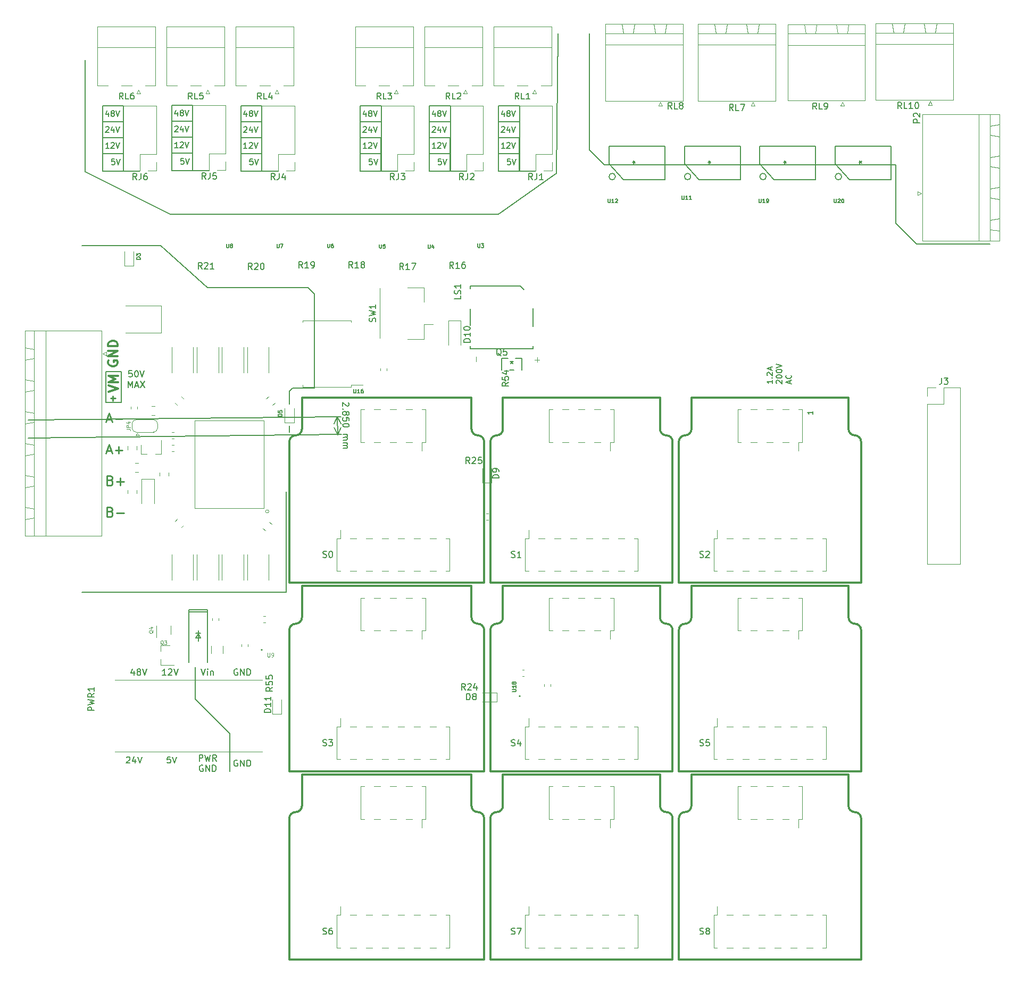
<source format=gbr>
G04 #@! TF.GenerationSoftware,KiCad,Pcbnew,5.1.5-52549c5~86~ubuntu16.04.1*
G04 #@! TF.CreationDate,2020-07-05T11:22:45-05:00*
G04 #@! TF.ProjectId,keep_breathing_ctrl,6b656570-5f62-4726-9561-7468696e675f,rev?*
G04 #@! TF.SameCoordinates,Original*
G04 #@! TF.FileFunction,Legend,Top*
G04 #@! TF.FilePolarity,Positive*
%FSLAX46Y46*%
G04 Gerber Fmt 4.6, Leading zero omitted, Abs format (unit mm)*
G04 Created by KiCad (PCBNEW 5.1.5-52549c5~86~ubuntu16.04.1) date 2020-07-05 11:22:45*
%MOMM*%
%LPD*%
G04 APERTURE LIST*
%ADD10C,0.150000*%
%ADD11C,0.300000*%
%ADD12C,0.250000*%
%ADD13C,0.200000*%
%ADD14C,0.140000*%
%ADD15C,0.120000*%
%ADD16C,0.100000*%
%ADD17C,0.152400*%
%ADD18C,0.127000*%
%ADD19C,0.015000*%
G04 APERTURE END LIST*
D10*
X90882285Y-80271737D02*
X90930403Y-80318852D01*
X90979022Y-80413584D01*
X90981528Y-80651666D01*
X90934914Y-80747400D01*
X90887799Y-80795518D01*
X90793067Y-80844137D01*
X90697834Y-80845139D01*
X90554484Y-80799026D01*
X89977072Y-80233644D01*
X89983588Y-80852658D01*
X90083332Y-81280203D02*
X90036217Y-81328320D01*
X89988099Y-81281205D01*
X90035214Y-81233088D01*
X90083332Y-81280203D01*
X89988099Y-81281205D01*
X90566012Y-81894204D02*
X90612626Y-81798470D01*
X90659741Y-81750352D01*
X90754473Y-81701733D01*
X90802089Y-81701232D01*
X90897823Y-81747846D01*
X90945941Y-81794961D01*
X90994560Y-81889693D01*
X90996564Y-82080158D01*
X90949950Y-82175892D01*
X90902835Y-82224010D01*
X90808104Y-82272629D01*
X90760487Y-82273130D01*
X90664753Y-82226516D01*
X90616636Y-82179401D01*
X90568017Y-82084669D01*
X90566012Y-81894204D01*
X90517393Y-81799472D01*
X90469275Y-81752357D01*
X90373541Y-81705743D01*
X90183076Y-81707748D01*
X90088344Y-81756367D01*
X90041229Y-81804484D01*
X89994615Y-81900219D01*
X89996620Y-82090684D01*
X90045239Y-82185416D01*
X90093356Y-82232531D01*
X90189090Y-82279145D01*
X90379556Y-82277140D01*
X90474288Y-82228521D01*
X90521403Y-82180404D01*
X90568017Y-82084669D01*
X91008093Y-83175336D02*
X91003080Y-82699172D01*
X90526415Y-82656568D01*
X90574533Y-82703683D01*
X90623152Y-82798414D01*
X90625658Y-83036496D01*
X90579044Y-83132230D01*
X90531929Y-83180348D01*
X90437197Y-83228967D01*
X90199115Y-83231473D01*
X90103381Y-83184859D01*
X90055263Y-83137744D01*
X90006644Y-83043012D01*
X90004138Y-82804930D01*
X90050752Y-82709196D01*
X90097867Y-82661079D01*
X91015110Y-83841966D02*
X91016112Y-83937198D01*
X90969498Y-84032932D01*
X90922383Y-84081050D01*
X90827651Y-84129669D01*
X90637687Y-84179290D01*
X90399605Y-84181796D01*
X90208638Y-84136185D01*
X90112904Y-84089571D01*
X90064786Y-84042456D01*
X90016168Y-83947724D01*
X90015165Y-83852491D01*
X90061779Y-83756757D01*
X90108894Y-83708640D01*
X90203626Y-83660021D01*
X90393590Y-83610399D01*
X90631672Y-83607893D01*
X90822639Y-83653505D01*
X90918373Y-83700119D01*
X90966491Y-83747234D01*
X91015110Y-83841966D01*
X90031204Y-85376216D02*
X90697834Y-85369199D01*
X90602601Y-85370202D02*
X90650719Y-85417317D01*
X90699338Y-85512049D01*
X90700841Y-85654898D01*
X90654227Y-85750632D01*
X90559496Y-85799251D01*
X90035715Y-85804764D01*
X90559496Y-85799251D02*
X90655230Y-85845865D01*
X90703849Y-85940596D01*
X90705352Y-86083445D01*
X90658739Y-86179179D01*
X90564007Y-86227798D01*
X90040226Y-86233312D01*
X90045239Y-86709476D02*
X90711868Y-86702459D01*
X90616636Y-86703461D02*
X90664753Y-86750576D01*
X90713372Y-86845308D01*
X90714876Y-86988157D01*
X90668262Y-87083891D01*
X90573530Y-87132510D01*
X90049750Y-87138024D01*
X90573530Y-87132510D02*
X90669264Y-87179124D01*
X90717883Y-87273856D01*
X90719387Y-87416705D01*
X90672773Y-87512439D01*
X90578041Y-87561058D01*
X90054261Y-87566571D01*
X89153596Y-82531646D02*
X89183596Y-85381646D01*
X39910000Y-83050000D02*
X89739984Y-82525474D01*
X39940000Y-85900000D02*
X89769984Y-85375474D01*
X89183596Y-85381646D02*
X88585350Y-84261377D01*
X89183596Y-85381646D02*
X89758127Y-84249032D01*
X89153596Y-82531646D02*
X88579065Y-83664260D01*
X89153596Y-82531646D02*
X89751842Y-83651915D01*
X181300000Y-55000000D02*
X178000000Y-51700000D01*
X129260000Y-40060000D02*
X129260000Y-21500000D01*
X131610000Y-42400000D02*
X129260000Y-40060000D01*
X181300000Y-55000000D02*
X193000000Y-55000000D01*
X178000000Y-42400000D02*
X178000000Y-51700000D01*
X67166666Y-137377380D02*
X67166666Y-136377380D01*
X67547619Y-136377380D01*
X67642857Y-136425000D01*
X67690476Y-136472619D01*
X67738095Y-136567857D01*
X67738095Y-136710714D01*
X67690476Y-136805952D01*
X67642857Y-136853571D01*
X67547619Y-136901190D01*
X67166666Y-136901190D01*
X68071428Y-136377380D02*
X68309523Y-137377380D01*
X68500000Y-136663095D01*
X68690476Y-137377380D01*
X68928571Y-136377380D01*
X69880952Y-137377380D02*
X69547619Y-136901190D01*
X69309523Y-137377380D02*
X69309523Y-136377380D01*
X69690476Y-136377380D01*
X69785714Y-136425000D01*
X69833333Y-136472619D01*
X69880952Y-136567857D01*
X69880952Y-136710714D01*
X69833333Y-136805952D01*
X69785714Y-136853571D01*
X69690476Y-136901190D01*
X69309523Y-136901190D01*
X67738095Y-138075000D02*
X67642857Y-138027380D01*
X67500000Y-138027380D01*
X67357142Y-138075000D01*
X67261904Y-138170238D01*
X67214285Y-138265476D01*
X67166666Y-138455952D01*
X67166666Y-138598809D01*
X67214285Y-138789285D01*
X67261904Y-138884523D01*
X67357142Y-138979761D01*
X67500000Y-139027380D01*
X67595238Y-139027380D01*
X67738095Y-138979761D01*
X67785714Y-138932142D01*
X67785714Y-138598809D01*
X67595238Y-138598809D01*
X68214285Y-139027380D02*
X68214285Y-138027380D01*
X68785714Y-139027380D01*
X68785714Y-138027380D01*
X69261904Y-139027380D02*
X69261904Y-138027380D01*
X69500000Y-138027380D01*
X69642857Y-138075000D01*
X69738095Y-138170238D01*
X69785714Y-138265476D01*
X69833333Y-138455952D01*
X69833333Y-138598809D01*
X69785714Y-138789285D01*
X69738095Y-138884523D01*
X69642857Y-138979761D01*
X69500000Y-139027380D01*
X69261904Y-139027380D01*
X62559523Y-136702380D02*
X62083333Y-136702380D01*
X62035714Y-137178571D01*
X62083333Y-137130952D01*
X62178571Y-137083333D01*
X62416666Y-137083333D01*
X62511904Y-137130952D01*
X62559523Y-137178571D01*
X62607142Y-137273809D01*
X62607142Y-137511904D01*
X62559523Y-137607142D01*
X62511904Y-137654761D01*
X62416666Y-137702380D01*
X62178571Y-137702380D01*
X62083333Y-137654761D01*
X62035714Y-137607142D01*
X62892857Y-136702380D02*
X63226190Y-137702380D01*
X63559523Y-136702380D01*
X55559523Y-136797619D02*
X55607142Y-136750000D01*
X55702380Y-136702380D01*
X55940476Y-136702380D01*
X56035714Y-136750000D01*
X56083333Y-136797619D01*
X56130952Y-136892857D01*
X56130952Y-136988095D01*
X56083333Y-137130952D01*
X55511904Y-137702380D01*
X56130952Y-137702380D01*
X56988095Y-137035714D02*
X56988095Y-137702380D01*
X56750000Y-136654761D02*
X56511904Y-137369047D01*
X57130952Y-137369047D01*
X57369047Y-136702380D02*
X57702380Y-137702380D01*
X58035714Y-136702380D01*
X61880952Y-123702380D02*
X61309523Y-123702380D01*
X61595238Y-123702380D02*
X61595238Y-122702380D01*
X61500000Y-122845238D01*
X61404761Y-122940476D01*
X61309523Y-122988095D01*
X62261904Y-122797619D02*
X62309523Y-122750000D01*
X62404761Y-122702380D01*
X62642857Y-122702380D01*
X62738095Y-122750000D01*
X62785714Y-122797619D01*
X62833333Y-122892857D01*
X62833333Y-122988095D01*
X62785714Y-123130952D01*
X62214285Y-123702380D01*
X62833333Y-123702380D01*
X63119047Y-122702380D02*
X63452380Y-123702380D01*
X63785714Y-122702380D01*
X56785714Y-123035714D02*
X56785714Y-123702380D01*
X56547619Y-122654761D02*
X56309523Y-123369047D01*
X56928571Y-123369047D01*
X57452380Y-123130952D02*
X57357142Y-123083333D01*
X57309523Y-123035714D01*
X57261904Y-122940476D01*
X57261904Y-122892857D01*
X57309523Y-122797619D01*
X57357142Y-122750000D01*
X57452380Y-122702380D01*
X57642857Y-122702380D01*
X57738095Y-122750000D01*
X57785714Y-122797619D01*
X57833333Y-122892857D01*
X57833333Y-122940476D01*
X57785714Y-123035714D01*
X57738095Y-123083333D01*
X57642857Y-123130952D01*
X57452380Y-123130952D01*
X57357142Y-123178571D01*
X57309523Y-123226190D01*
X57261904Y-123321428D01*
X57261904Y-123511904D01*
X57309523Y-123607142D01*
X57357142Y-123654761D01*
X57452380Y-123702380D01*
X57642857Y-123702380D01*
X57738095Y-123654761D01*
X57785714Y-123607142D01*
X57833333Y-123511904D01*
X57833333Y-123321428D01*
X57785714Y-123226190D01*
X57738095Y-123178571D01*
X57642857Y-123130952D01*
X58119047Y-122702380D02*
X58452380Y-123702380D01*
X58785714Y-122702380D01*
X73238095Y-137250000D02*
X73142857Y-137202380D01*
X73000000Y-137202380D01*
X72857142Y-137250000D01*
X72761904Y-137345238D01*
X72714285Y-137440476D01*
X72666666Y-137630952D01*
X72666666Y-137773809D01*
X72714285Y-137964285D01*
X72761904Y-138059523D01*
X72857142Y-138154761D01*
X73000000Y-138202380D01*
X73095238Y-138202380D01*
X73238095Y-138154761D01*
X73285714Y-138107142D01*
X73285714Y-137773809D01*
X73095238Y-137773809D01*
X73714285Y-138202380D02*
X73714285Y-137202380D01*
X74285714Y-138202380D01*
X74285714Y-137202380D01*
X74761904Y-138202380D02*
X74761904Y-137202380D01*
X75000000Y-137202380D01*
X75142857Y-137250000D01*
X75238095Y-137345238D01*
X75285714Y-137440476D01*
X75333333Y-137630952D01*
X75333333Y-137773809D01*
X75285714Y-137964285D01*
X75238095Y-138059523D01*
X75142857Y-138154761D01*
X75000000Y-138202380D01*
X74761904Y-138202380D01*
X73238095Y-122750000D02*
X73142857Y-122702380D01*
X73000000Y-122702380D01*
X72857142Y-122750000D01*
X72761904Y-122845238D01*
X72714285Y-122940476D01*
X72666666Y-123130952D01*
X72666666Y-123273809D01*
X72714285Y-123464285D01*
X72761904Y-123559523D01*
X72857142Y-123654761D01*
X73000000Y-123702380D01*
X73095238Y-123702380D01*
X73238095Y-123654761D01*
X73285714Y-123607142D01*
X73285714Y-123273809D01*
X73095238Y-123273809D01*
X73714285Y-123702380D02*
X73714285Y-122702380D01*
X74285714Y-123702380D01*
X74285714Y-122702380D01*
X74761904Y-123702380D02*
X74761904Y-122702380D01*
X75000000Y-122702380D01*
X75142857Y-122750000D01*
X75238095Y-122845238D01*
X75285714Y-122940476D01*
X75333333Y-123130952D01*
X75333333Y-123273809D01*
X75285714Y-123464285D01*
X75238095Y-123559523D01*
X75142857Y-123654761D01*
X75000000Y-123702380D01*
X74761904Y-123702380D01*
X67476190Y-122702380D02*
X67809523Y-123702380D01*
X68142857Y-122702380D01*
X68476190Y-123702380D02*
X68476190Y-123035714D01*
X68476190Y-122702380D02*
X68428571Y-122750000D01*
X68476190Y-122797619D01*
X68523809Y-122750000D01*
X68476190Y-122702380D01*
X68476190Y-122797619D01*
X68952380Y-123035714D02*
X68952380Y-123702380D01*
X68952380Y-123130952D02*
X69000000Y-123083333D01*
X69095238Y-123035714D01*
X69238095Y-123035714D01*
X69333333Y-123083333D01*
X69380952Y-123178571D01*
X69380952Y-123702380D01*
X66500000Y-124500000D02*
X66500000Y-122400000D01*
X72000000Y-133000000D02*
X72000000Y-139000000D01*
X66500000Y-127500000D02*
X72000000Y-133000000D01*
X66500000Y-124500000D02*
X66500000Y-127500000D01*
X49000000Y-43500000D02*
X49000000Y-25750000D01*
X114750000Y-50250000D02*
X124000000Y-43750000D01*
X55118000Y-43434000D02*
X57658000Y-43434000D01*
X55110000Y-40640000D02*
X51808000Y-40640000D01*
X55110000Y-35560000D02*
X51808000Y-35560000D01*
X51808000Y-43434000D02*
X55110000Y-43434000D01*
X52260571Y-36422857D02*
X52303428Y-36380000D01*
X52389142Y-36337142D01*
X52603428Y-36337142D01*
X52689142Y-36380000D01*
X52732000Y-36422857D01*
X52774857Y-36508571D01*
X52774857Y-36594285D01*
X52732000Y-36722857D01*
X52217714Y-37237142D01*
X52774857Y-37237142D01*
X53546285Y-36637142D02*
X53546285Y-37237142D01*
X53332000Y-36294285D02*
X53117714Y-36937142D01*
X53674857Y-36937142D01*
X53889142Y-36337142D02*
X54189142Y-37237142D01*
X54489142Y-36337142D01*
X55130000Y-33050000D02*
X51808000Y-33020000D01*
X51808000Y-33020000D02*
X51808000Y-43434000D01*
X53668571Y-41507142D02*
X53240000Y-41507142D01*
X53197142Y-41935714D01*
X53240000Y-41892857D01*
X53325714Y-41850000D01*
X53540000Y-41850000D01*
X53625714Y-41892857D01*
X53668571Y-41935714D01*
X53711428Y-42021428D01*
X53711428Y-42235714D01*
X53668571Y-42321428D01*
X53625714Y-42364285D01*
X53540000Y-42407142D01*
X53325714Y-42407142D01*
X53240000Y-42364285D01*
X53197142Y-42321428D01*
X53968571Y-41507142D02*
X54268571Y-42407142D01*
X54568571Y-41507142D01*
X51808000Y-38100000D02*
X55110000Y-38100000D01*
X52689142Y-34097142D02*
X52689142Y-34697142D01*
X52474857Y-33754285D02*
X52260571Y-34397142D01*
X52817714Y-34397142D01*
X53289142Y-34182857D02*
X53203428Y-34140000D01*
X53160571Y-34097142D01*
X53117714Y-34011428D01*
X53117714Y-33968571D01*
X53160571Y-33882857D01*
X53203428Y-33840000D01*
X53289142Y-33797142D01*
X53460571Y-33797142D01*
X53546285Y-33840000D01*
X53589142Y-33882857D01*
X53632000Y-33968571D01*
X53632000Y-34011428D01*
X53589142Y-34097142D01*
X53546285Y-34140000D01*
X53460571Y-34182857D01*
X53289142Y-34182857D01*
X53203428Y-34225714D01*
X53160571Y-34268571D01*
X53117714Y-34354285D01*
X53117714Y-34525714D01*
X53160571Y-34611428D01*
X53203428Y-34654285D01*
X53289142Y-34697142D01*
X53460571Y-34697142D01*
X53546285Y-34654285D01*
X53589142Y-34611428D01*
X53632000Y-34525714D01*
X53632000Y-34354285D01*
X53589142Y-34268571D01*
X53546285Y-34225714D01*
X53460571Y-34182857D01*
X53889142Y-33797142D02*
X54189142Y-34697142D01*
X54489142Y-33797142D01*
X52774857Y-39777142D02*
X52260571Y-39777142D01*
X52517714Y-39777142D02*
X52517714Y-38877142D01*
X52432000Y-39005714D01*
X52346285Y-39091428D01*
X52260571Y-39134285D01*
X53117714Y-38962857D02*
X53160571Y-38920000D01*
X53246285Y-38877142D01*
X53460571Y-38877142D01*
X53546285Y-38920000D01*
X53589142Y-38962857D01*
X53632000Y-39048571D01*
X53632000Y-39134285D01*
X53589142Y-39262857D01*
X53074857Y-39777142D01*
X53632000Y-39777142D01*
X53889142Y-38877142D02*
X54189142Y-39777142D01*
X54489142Y-38877142D01*
X55110000Y-43434000D02*
X55130000Y-33050000D01*
X66110000Y-40550000D02*
X62808000Y-40550000D01*
X66110000Y-35470000D02*
X62808000Y-35470000D01*
X62808000Y-43344000D02*
X68707000Y-43344000D01*
X63260571Y-36332857D02*
X63303428Y-36290000D01*
X63389142Y-36247142D01*
X63603428Y-36247142D01*
X63689142Y-36290000D01*
X63732000Y-36332857D01*
X63774857Y-36418571D01*
X63774857Y-36504285D01*
X63732000Y-36632857D01*
X63217714Y-37147142D01*
X63774857Y-37147142D01*
X64546285Y-36547142D02*
X64546285Y-37147142D01*
X64332000Y-36204285D02*
X64117714Y-36847142D01*
X64674857Y-36847142D01*
X64889142Y-36247142D02*
X65189142Y-37147142D01*
X65489142Y-36247142D01*
X66130000Y-32960000D02*
X62808000Y-32930000D01*
X62808000Y-32930000D02*
X62808000Y-43344000D01*
X64668571Y-41417142D02*
X64240000Y-41417142D01*
X64197142Y-41845714D01*
X64240000Y-41802857D01*
X64325714Y-41760000D01*
X64540000Y-41760000D01*
X64625714Y-41802857D01*
X64668571Y-41845714D01*
X64711428Y-41931428D01*
X64711428Y-42145714D01*
X64668571Y-42231428D01*
X64625714Y-42274285D01*
X64540000Y-42317142D01*
X64325714Y-42317142D01*
X64240000Y-42274285D01*
X64197142Y-42231428D01*
X64968571Y-41417142D02*
X65268571Y-42317142D01*
X65568571Y-41417142D01*
X62808000Y-38010000D02*
X66110000Y-38010000D01*
X63689142Y-34007142D02*
X63689142Y-34607142D01*
X63474857Y-33664285D02*
X63260571Y-34307142D01*
X63817714Y-34307142D01*
X64289142Y-34092857D02*
X64203428Y-34050000D01*
X64160571Y-34007142D01*
X64117714Y-33921428D01*
X64117714Y-33878571D01*
X64160571Y-33792857D01*
X64203428Y-33750000D01*
X64289142Y-33707142D01*
X64460571Y-33707142D01*
X64546285Y-33750000D01*
X64589142Y-33792857D01*
X64632000Y-33878571D01*
X64632000Y-33921428D01*
X64589142Y-34007142D01*
X64546285Y-34050000D01*
X64460571Y-34092857D01*
X64289142Y-34092857D01*
X64203428Y-34135714D01*
X64160571Y-34178571D01*
X64117714Y-34264285D01*
X64117714Y-34435714D01*
X64160571Y-34521428D01*
X64203428Y-34564285D01*
X64289142Y-34607142D01*
X64460571Y-34607142D01*
X64546285Y-34564285D01*
X64589142Y-34521428D01*
X64632000Y-34435714D01*
X64632000Y-34264285D01*
X64589142Y-34178571D01*
X64546285Y-34135714D01*
X64460571Y-34092857D01*
X64889142Y-33707142D02*
X65189142Y-34607142D01*
X65489142Y-33707142D01*
X63774857Y-39687142D02*
X63260571Y-39687142D01*
X63517714Y-39687142D02*
X63517714Y-38787142D01*
X63432000Y-38915714D01*
X63346285Y-39001428D01*
X63260571Y-39044285D01*
X64117714Y-38872857D02*
X64160571Y-38830000D01*
X64246285Y-38787142D01*
X64460571Y-38787142D01*
X64546285Y-38830000D01*
X64589142Y-38872857D01*
X64632000Y-38958571D01*
X64632000Y-39044285D01*
X64589142Y-39172857D01*
X64074857Y-39687142D01*
X64632000Y-39687142D01*
X64889142Y-38787142D02*
X65189142Y-39687142D01*
X65489142Y-38787142D01*
X66110000Y-43344000D02*
X66130000Y-32960000D01*
X77110000Y-40640000D02*
X73808000Y-40640000D01*
X77110000Y-35560000D02*
X73808000Y-35560000D01*
X73808000Y-43434000D02*
X79756000Y-43434000D01*
X74260571Y-36422857D02*
X74303428Y-36380000D01*
X74389142Y-36337142D01*
X74603428Y-36337142D01*
X74689142Y-36380000D01*
X74732000Y-36422857D01*
X74774857Y-36508571D01*
X74774857Y-36594285D01*
X74732000Y-36722857D01*
X74217714Y-37237142D01*
X74774857Y-37237142D01*
X75546285Y-36637142D02*
X75546285Y-37237142D01*
X75332000Y-36294285D02*
X75117714Y-36937142D01*
X75674857Y-36937142D01*
X75889142Y-36337142D02*
X76189142Y-37237142D01*
X76489142Y-36337142D01*
X77130000Y-33050000D02*
X73808000Y-33020000D01*
X73808000Y-33020000D02*
X73808000Y-43434000D01*
X75668571Y-41507142D02*
X75240000Y-41507142D01*
X75197142Y-41935714D01*
X75240000Y-41892857D01*
X75325714Y-41850000D01*
X75540000Y-41850000D01*
X75625714Y-41892857D01*
X75668571Y-41935714D01*
X75711428Y-42021428D01*
X75711428Y-42235714D01*
X75668571Y-42321428D01*
X75625714Y-42364285D01*
X75540000Y-42407142D01*
X75325714Y-42407142D01*
X75240000Y-42364285D01*
X75197142Y-42321428D01*
X75968571Y-41507142D02*
X76268571Y-42407142D01*
X76568571Y-41507142D01*
X73808000Y-38100000D02*
X77110000Y-38100000D01*
X74689142Y-34097142D02*
X74689142Y-34697142D01*
X74474857Y-33754285D02*
X74260571Y-34397142D01*
X74817714Y-34397142D01*
X75289142Y-34182857D02*
X75203428Y-34140000D01*
X75160571Y-34097142D01*
X75117714Y-34011428D01*
X75117714Y-33968571D01*
X75160571Y-33882857D01*
X75203428Y-33840000D01*
X75289142Y-33797142D01*
X75460571Y-33797142D01*
X75546285Y-33840000D01*
X75589142Y-33882857D01*
X75632000Y-33968571D01*
X75632000Y-34011428D01*
X75589142Y-34097142D01*
X75546285Y-34140000D01*
X75460571Y-34182857D01*
X75289142Y-34182857D01*
X75203428Y-34225714D01*
X75160571Y-34268571D01*
X75117714Y-34354285D01*
X75117714Y-34525714D01*
X75160571Y-34611428D01*
X75203428Y-34654285D01*
X75289142Y-34697142D01*
X75460571Y-34697142D01*
X75546285Y-34654285D01*
X75589142Y-34611428D01*
X75632000Y-34525714D01*
X75632000Y-34354285D01*
X75589142Y-34268571D01*
X75546285Y-34225714D01*
X75460571Y-34182857D01*
X75889142Y-33797142D02*
X76189142Y-34697142D01*
X76489142Y-33797142D01*
X74774857Y-39777142D02*
X74260571Y-39777142D01*
X74517714Y-39777142D02*
X74517714Y-38877142D01*
X74432000Y-39005714D01*
X74346285Y-39091428D01*
X74260571Y-39134285D01*
X75117714Y-38962857D02*
X75160571Y-38920000D01*
X75246285Y-38877142D01*
X75460571Y-38877142D01*
X75546285Y-38920000D01*
X75589142Y-38962857D01*
X75632000Y-39048571D01*
X75632000Y-39134285D01*
X75589142Y-39262857D01*
X75074857Y-39777142D01*
X75632000Y-39777142D01*
X75889142Y-38877142D02*
X76189142Y-39777142D01*
X76489142Y-38877142D01*
X77110000Y-43434000D02*
X77130000Y-33050000D01*
X96110000Y-40640000D02*
X92808000Y-40640000D01*
X96110000Y-35560000D02*
X92808000Y-35560000D01*
X92808000Y-43434000D02*
X98679000Y-43434000D01*
X93260571Y-36422857D02*
X93303428Y-36380000D01*
X93389142Y-36337142D01*
X93603428Y-36337142D01*
X93689142Y-36380000D01*
X93732000Y-36422857D01*
X93774857Y-36508571D01*
X93774857Y-36594285D01*
X93732000Y-36722857D01*
X93217714Y-37237142D01*
X93774857Y-37237142D01*
X94546285Y-36637142D02*
X94546285Y-37237142D01*
X94332000Y-36294285D02*
X94117714Y-36937142D01*
X94674857Y-36937142D01*
X94889142Y-36337142D02*
X95189142Y-37237142D01*
X95489142Y-36337142D01*
X96130000Y-33050000D02*
X92808000Y-33020000D01*
X92808000Y-33020000D02*
X92808000Y-43434000D01*
X94668571Y-41507142D02*
X94240000Y-41507142D01*
X94197142Y-41935714D01*
X94240000Y-41892857D01*
X94325714Y-41850000D01*
X94540000Y-41850000D01*
X94625714Y-41892857D01*
X94668571Y-41935714D01*
X94711428Y-42021428D01*
X94711428Y-42235714D01*
X94668571Y-42321428D01*
X94625714Y-42364285D01*
X94540000Y-42407142D01*
X94325714Y-42407142D01*
X94240000Y-42364285D01*
X94197142Y-42321428D01*
X94968571Y-41507142D02*
X95268571Y-42407142D01*
X95568571Y-41507142D01*
X92808000Y-38100000D02*
X96110000Y-38100000D01*
X93689142Y-34097142D02*
X93689142Y-34697142D01*
X93474857Y-33754285D02*
X93260571Y-34397142D01*
X93817714Y-34397142D01*
X94289142Y-34182857D02*
X94203428Y-34140000D01*
X94160571Y-34097142D01*
X94117714Y-34011428D01*
X94117714Y-33968571D01*
X94160571Y-33882857D01*
X94203428Y-33840000D01*
X94289142Y-33797142D01*
X94460571Y-33797142D01*
X94546285Y-33840000D01*
X94589142Y-33882857D01*
X94632000Y-33968571D01*
X94632000Y-34011428D01*
X94589142Y-34097142D01*
X94546285Y-34140000D01*
X94460571Y-34182857D01*
X94289142Y-34182857D01*
X94203428Y-34225714D01*
X94160571Y-34268571D01*
X94117714Y-34354285D01*
X94117714Y-34525714D01*
X94160571Y-34611428D01*
X94203428Y-34654285D01*
X94289142Y-34697142D01*
X94460571Y-34697142D01*
X94546285Y-34654285D01*
X94589142Y-34611428D01*
X94632000Y-34525714D01*
X94632000Y-34354285D01*
X94589142Y-34268571D01*
X94546285Y-34225714D01*
X94460571Y-34182857D01*
X94889142Y-33797142D02*
X95189142Y-34697142D01*
X95489142Y-33797142D01*
X93774857Y-39777142D02*
X93260571Y-39777142D01*
X93517714Y-39777142D02*
X93517714Y-38877142D01*
X93432000Y-39005714D01*
X93346285Y-39091428D01*
X93260571Y-39134285D01*
X94117714Y-38962857D02*
X94160571Y-38920000D01*
X94246285Y-38877142D01*
X94460571Y-38877142D01*
X94546285Y-38920000D01*
X94589142Y-38962857D01*
X94632000Y-39048571D01*
X94632000Y-39134285D01*
X94589142Y-39262857D01*
X94074857Y-39777142D01*
X94632000Y-39777142D01*
X94889142Y-38877142D02*
X95189142Y-39777142D01*
X95489142Y-38877142D01*
X96110000Y-43434000D02*
X96130000Y-33050000D01*
X107110000Y-40640000D02*
X103808000Y-40640000D01*
X107110000Y-35560000D02*
X103808000Y-35560000D01*
X103808000Y-43434000D02*
X109728000Y-43434000D01*
X104260571Y-36422857D02*
X104303428Y-36380000D01*
X104389142Y-36337142D01*
X104603428Y-36337142D01*
X104689142Y-36380000D01*
X104732000Y-36422857D01*
X104774857Y-36508571D01*
X104774857Y-36594285D01*
X104732000Y-36722857D01*
X104217714Y-37237142D01*
X104774857Y-37237142D01*
X105546285Y-36637142D02*
X105546285Y-37237142D01*
X105332000Y-36294285D02*
X105117714Y-36937142D01*
X105674857Y-36937142D01*
X105889142Y-36337142D02*
X106189142Y-37237142D01*
X106489142Y-36337142D01*
X107130000Y-33050000D02*
X103808000Y-33020000D01*
X103808000Y-33020000D02*
X103808000Y-43434000D01*
X105668571Y-41507142D02*
X105240000Y-41507142D01*
X105197142Y-41935714D01*
X105240000Y-41892857D01*
X105325714Y-41850000D01*
X105540000Y-41850000D01*
X105625714Y-41892857D01*
X105668571Y-41935714D01*
X105711428Y-42021428D01*
X105711428Y-42235714D01*
X105668571Y-42321428D01*
X105625714Y-42364285D01*
X105540000Y-42407142D01*
X105325714Y-42407142D01*
X105240000Y-42364285D01*
X105197142Y-42321428D01*
X105968571Y-41507142D02*
X106268571Y-42407142D01*
X106568571Y-41507142D01*
X103808000Y-38100000D02*
X107110000Y-38100000D01*
X104689142Y-34097142D02*
X104689142Y-34697142D01*
X104474857Y-33754285D02*
X104260571Y-34397142D01*
X104817714Y-34397142D01*
X105289142Y-34182857D02*
X105203428Y-34140000D01*
X105160571Y-34097142D01*
X105117714Y-34011428D01*
X105117714Y-33968571D01*
X105160571Y-33882857D01*
X105203428Y-33840000D01*
X105289142Y-33797142D01*
X105460571Y-33797142D01*
X105546285Y-33840000D01*
X105589142Y-33882857D01*
X105632000Y-33968571D01*
X105632000Y-34011428D01*
X105589142Y-34097142D01*
X105546285Y-34140000D01*
X105460571Y-34182857D01*
X105289142Y-34182857D01*
X105203428Y-34225714D01*
X105160571Y-34268571D01*
X105117714Y-34354285D01*
X105117714Y-34525714D01*
X105160571Y-34611428D01*
X105203428Y-34654285D01*
X105289142Y-34697142D01*
X105460571Y-34697142D01*
X105546285Y-34654285D01*
X105589142Y-34611428D01*
X105632000Y-34525714D01*
X105632000Y-34354285D01*
X105589142Y-34268571D01*
X105546285Y-34225714D01*
X105460571Y-34182857D01*
X105889142Y-33797142D02*
X106189142Y-34697142D01*
X106489142Y-33797142D01*
X104774857Y-39777142D02*
X104260571Y-39777142D01*
X104517714Y-39777142D02*
X104517714Y-38877142D01*
X104432000Y-39005714D01*
X104346285Y-39091428D01*
X104260571Y-39134285D01*
X105117714Y-38962857D02*
X105160571Y-38920000D01*
X105246285Y-38877142D01*
X105460571Y-38877142D01*
X105546285Y-38920000D01*
X105589142Y-38962857D01*
X105632000Y-39048571D01*
X105632000Y-39134285D01*
X105589142Y-39262857D01*
X105074857Y-39777142D01*
X105632000Y-39777142D01*
X105889142Y-38877142D02*
X106189142Y-39777142D01*
X106489142Y-38877142D01*
X107110000Y-43434000D02*
X107130000Y-33050000D01*
X118110000Y-40640000D02*
X114808000Y-40640000D01*
X114808000Y-38100000D02*
X118110000Y-38100000D01*
X118110000Y-35560000D02*
X114808000Y-35560000D01*
X118110000Y-43434000D02*
X118130000Y-33050000D01*
X114808000Y-43434000D02*
X120650000Y-43434000D01*
X114808000Y-33020000D02*
X114808000Y-43434000D01*
X118130000Y-33050000D02*
X114808000Y-33020000D01*
X115689142Y-34097142D02*
X115689142Y-34697142D01*
X115474857Y-33754285D02*
X115260571Y-34397142D01*
X115817714Y-34397142D01*
X116289142Y-34182857D02*
X116203428Y-34140000D01*
X116160571Y-34097142D01*
X116117714Y-34011428D01*
X116117714Y-33968571D01*
X116160571Y-33882857D01*
X116203428Y-33840000D01*
X116289142Y-33797142D01*
X116460571Y-33797142D01*
X116546285Y-33840000D01*
X116589142Y-33882857D01*
X116632000Y-33968571D01*
X116632000Y-34011428D01*
X116589142Y-34097142D01*
X116546285Y-34140000D01*
X116460571Y-34182857D01*
X116289142Y-34182857D01*
X116203428Y-34225714D01*
X116160571Y-34268571D01*
X116117714Y-34354285D01*
X116117714Y-34525714D01*
X116160571Y-34611428D01*
X116203428Y-34654285D01*
X116289142Y-34697142D01*
X116460571Y-34697142D01*
X116546285Y-34654285D01*
X116589142Y-34611428D01*
X116632000Y-34525714D01*
X116632000Y-34354285D01*
X116589142Y-34268571D01*
X116546285Y-34225714D01*
X116460571Y-34182857D01*
X116889142Y-33797142D02*
X117189142Y-34697142D01*
X117489142Y-33797142D01*
X115260571Y-36422857D02*
X115303428Y-36380000D01*
X115389142Y-36337142D01*
X115603428Y-36337142D01*
X115689142Y-36380000D01*
X115732000Y-36422857D01*
X115774857Y-36508571D01*
X115774857Y-36594285D01*
X115732000Y-36722857D01*
X115217714Y-37237142D01*
X115774857Y-37237142D01*
X116546285Y-36637142D02*
X116546285Y-37237142D01*
X116332000Y-36294285D02*
X116117714Y-36937142D01*
X116674857Y-36937142D01*
X116889142Y-36337142D02*
X117189142Y-37237142D01*
X117489142Y-36337142D01*
X115774857Y-39777142D02*
X115260571Y-39777142D01*
X115517714Y-39777142D02*
X115517714Y-38877142D01*
X115432000Y-39005714D01*
X115346285Y-39091428D01*
X115260571Y-39134285D01*
X116117714Y-38962857D02*
X116160571Y-38920000D01*
X116246285Y-38877142D01*
X116460571Y-38877142D01*
X116546285Y-38920000D01*
X116589142Y-38962857D01*
X116632000Y-39048571D01*
X116632000Y-39134285D01*
X116589142Y-39262857D01*
X116074857Y-39777142D01*
X116632000Y-39777142D01*
X116889142Y-38877142D02*
X117189142Y-39777142D01*
X117489142Y-38877142D01*
X116668571Y-41507142D02*
X116240000Y-41507142D01*
X116197142Y-41935714D01*
X116240000Y-41892857D01*
X116325714Y-41850000D01*
X116540000Y-41850000D01*
X116625714Y-41892857D01*
X116668571Y-41935714D01*
X116711428Y-42021428D01*
X116711428Y-42235714D01*
X116668571Y-42321428D01*
X116625714Y-42364285D01*
X116540000Y-42407142D01*
X116325714Y-42407142D01*
X116240000Y-42364285D01*
X116197142Y-42321428D01*
X116968571Y-41507142D02*
X117268571Y-42407142D01*
X117568571Y-41507142D01*
X164786904Y-81671428D02*
X164786904Y-82128571D01*
X164786904Y-81900000D02*
X163986904Y-81900000D01*
X164101190Y-81976190D01*
X164177380Y-82052380D01*
X164215476Y-82128571D01*
D11*
X112500000Y-169000000D02*
X81500000Y-169000000D01*
X142500000Y-169000000D02*
X113500000Y-169000000D01*
X143500000Y-169000000D02*
X172500000Y-169000000D01*
X142500000Y-146500000D02*
X142500000Y-169000000D01*
X142500000Y-139000000D02*
X113500000Y-139000000D01*
X143500000Y-139000000D02*
X172500000Y-139000000D01*
X142500000Y-116500000D02*
X142500000Y-139000000D01*
X142500000Y-109000000D02*
X113500000Y-109000000D01*
X143500000Y-109000000D02*
X172500000Y-109000000D01*
X143500000Y-86500000D02*
X143500000Y-109000000D01*
X112500000Y-109000000D02*
X81500000Y-109000000D01*
X113500000Y-116500000D02*
X113500000Y-139000000D01*
X113500000Y-146500000D02*
X113500000Y-169000000D01*
X112500000Y-86500000D02*
X112500000Y-109000000D01*
D10*
X81000000Y-110500000D02*
X48500000Y-110500000D01*
X81000000Y-94500000D02*
X81000000Y-110500000D01*
X81500000Y-84000000D02*
X81500000Y-85000000D01*
X81500000Y-78500000D02*
X82000000Y-78000000D01*
X81500000Y-80500000D02*
X81500000Y-78500000D01*
X85500000Y-78000000D02*
X82000000Y-78000000D01*
X85500000Y-63000000D02*
X85500000Y-78000000D01*
X84500000Y-62000000D02*
X85500000Y-63000000D01*
X68500000Y-62000000D02*
X84500000Y-62000000D01*
X68500000Y-62000000D02*
X60980000Y-55310000D01*
X48480000Y-55310000D02*
X60980000Y-55310000D01*
X62500000Y-50250000D02*
X49000000Y-43500000D01*
X114750000Y-50250000D02*
X62500000Y-50250000D01*
X124250000Y-21500000D02*
X124000000Y-43750000D01*
X178000000Y-42400000D02*
X131610000Y-42400000D01*
X158407142Y-76716785D02*
X158407142Y-77231071D01*
X158407142Y-76973928D02*
X157507142Y-76973928D01*
X157635714Y-77059642D01*
X157721428Y-77145357D01*
X157764285Y-77231071D01*
X158321428Y-76331071D02*
X158364285Y-76288214D01*
X158407142Y-76331071D01*
X158364285Y-76373928D01*
X158321428Y-76331071D01*
X158407142Y-76331071D01*
X157592857Y-75945357D02*
X157550000Y-75902500D01*
X157507142Y-75816785D01*
X157507142Y-75602500D01*
X157550000Y-75516785D01*
X157592857Y-75473928D01*
X157678571Y-75431071D01*
X157764285Y-75431071D01*
X157892857Y-75473928D01*
X158407142Y-75988214D01*
X158407142Y-75431071D01*
X158150000Y-75088214D02*
X158150000Y-74659642D01*
X158407142Y-75173928D02*
X157507142Y-74873928D01*
X158407142Y-74573928D01*
X159092857Y-77231071D02*
X159050000Y-77188214D01*
X159007142Y-77102500D01*
X159007142Y-76888214D01*
X159050000Y-76802500D01*
X159092857Y-76759642D01*
X159178571Y-76716785D01*
X159264285Y-76716785D01*
X159392857Y-76759642D01*
X159907142Y-77273928D01*
X159907142Y-76716785D01*
X159007142Y-76159642D02*
X159007142Y-76073928D01*
X159050000Y-75988214D01*
X159092857Y-75945357D01*
X159178571Y-75902500D01*
X159350000Y-75859642D01*
X159564285Y-75859642D01*
X159735714Y-75902500D01*
X159821428Y-75945357D01*
X159864285Y-75988214D01*
X159907142Y-76073928D01*
X159907142Y-76159642D01*
X159864285Y-76245357D01*
X159821428Y-76288214D01*
X159735714Y-76331071D01*
X159564285Y-76373928D01*
X159350000Y-76373928D01*
X159178571Y-76331071D01*
X159092857Y-76288214D01*
X159050000Y-76245357D01*
X159007142Y-76159642D01*
X159007142Y-75302500D02*
X159007142Y-75216785D01*
X159050000Y-75131071D01*
X159092857Y-75088214D01*
X159178571Y-75045357D01*
X159350000Y-75002500D01*
X159564285Y-75002500D01*
X159735714Y-75045357D01*
X159821428Y-75088214D01*
X159864285Y-75131071D01*
X159907142Y-75216785D01*
X159907142Y-75302500D01*
X159864285Y-75388214D01*
X159821428Y-75431071D01*
X159735714Y-75473928D01*
X159564285Y-75516785D01*
X159350000Y-75516785D01*
X159178571Y-75473928D01*
X159092857Y-75431071D01*
X159050000Y-75388214D01*
X159007142Y-75302500D01*
X159007142Y-74745357D02*
X159907142Y-74445357D01*
X159007142Y-74145357D01*
X161150000Y-77231071D02*
X161150000Y-76802500D01*
X161407142Y-77316785D02*
X160507142Y-77016785D01*
X161407142Y-76716785D01*
X161321428Y-75902500D02*
X161364285Y-75945357D01*
X161407142Y-76073928D01*
X161407142Y-76159642D01*
X161364285Y-76288214D01*
X161278571Y-76373928D01*
X161192857Y-76416785D01*
X161021428Y-76459642D01*
X160892857Y-76459642D01*
X160721428Y-76416785D01*
X160635714Y-76373928D01*
X160550000Y-76288214D01*
X160507142Y-76159642D01*
X160507142Y-76073928D01*
X160550000Y-75945357D01*
X160592857Y-75902500D01*
D11*
X143500000Y-146500000D02*
X143500000Y-169000000D01*
X172500000Y-169000000D02*
X172500000Y-146500000D01*
X172500000Y-109000000D02*
X172500000Y-86500000D01*
X142500000Y-109000000D02*
X142500000Y-86500000D01*
X172500000Y-139000000D02*
X172500000Y-116500000D01*
X81500000Y-139000000D02*
X81500000Y-116500000D01*
X112500000Y-139000000D02*
X81500000Y-139000000D01*
X140500000Y-139500000D02*
X115500000Y-139500000D01*
X170500000Y-139500000D02*
X145500000Y-139500000D01*
X171500000Y-85500000D02*
G75*
G02X172500000Y-86500000I0J-1000000D01*
G01*
X171500000Y-85500000D02*
G75*
G02X170500000Y-84500000I0J1000000D01*
G01*
X143500000Y-86500000D02*
G75*
G02X144500000Y-85500000I1000000J0D01*
G01*
X145500000Y-84500000D02*
G75*
G02X144500000Y-85500000I-1000000J0D01*
G01*
X141500000Y-85500000D02*
G75*
G02X142500000Y-86500000I0J-1000000D01*
G01*
X141500000Y-85500000D02*
G75*
G02X140500000Y-84500000I0J1000000D01*
G01*
X113500000Y-86500000D02*
G75*
G02X114500000Y-85500000I1000000J0D01*
G01*
X115500000Y-84500000D02*
G75*
G02X114500000Y-85500000I-1000000J0D01*
G01*
X145500000Y-79500000D02*
X170500000Y-79500000D01*
X145500000Y-84500000D02*
X145500000Y-79500000D01*
X140500000Y-79500000D02*
X140500000Y-84500000D01*
X115500000Y-79500000D02*
X140500000Y-79500000D01*
X115500000Y-84500000D02*
X115500000Y-79500000D01*
X110500000Y-79500000D02*
X83500000Y-79500000D01*
X170500000Y-79500000D02*
X170500000Y-84500000D01*
X171500000Y-115500000D02*
G75*
G02X172500000Y-116500000I0J-1000000D01*
G01*
X171500000Y-115500000D02*
G75*
G02X170500000Y-114500000I0J1000000D01*
G01*
X170500000Y-109500000D02*
X145500000Y-109500000D01*
X171500000Y-145500000D02*
G75*
G02X172500000Y-146500000I0J-1000000D01*
G01*
X171500000Y-145500000D02*
G75*
G02X170500000Y-144500000I0J1000000D01*
G01*
X143500000Y-146500000D02*
G75*
G02X144500000Y-145500000I1000000J0D01*
G01*
X141500000Y-145500000D02*
G75*
G02X142500000Y-146500000I0J-1000000D01*
G01*
X141500000Y-145500000D02*
G75*
G02X140500000Y-144500000I0J1000000D01*
G01*
X145500000Y-144500000D02*
G75*
G02X144500000Y-145500000I-1000000J0D01*
G01*
X113500000Y-146500000D02*
G75*
G02X114500000Y-145500000I1000000J0D01*
G01*
X115500000Y-144500000D02*
G75*
G02X114500000Y-145500000I-1000000J0D01*
G01*
X115500000Y-139500000D02*
X115500000Y-144500000D01*
X140500000Y-139500000D02*
X140500000Y-144500000D01*
X143500000Y-116500000D02*
X143500000Y-139000000D01*
X145500000Y-114500000D02*
G75*
G02X144500000Y-115500000I-1000000J0D01*
G01*
X143500000Y-116500000D02*
G75*
G02X144500000Y-115500000I1000000J0D01*
G01*
X141500000Y-115500000D02*
G75*
G02X142500000Y-116500000I0J-1000000D01*
G01*
X141500000Y-115500000D02*
G75*
G02X140500000Y-114500000I0J1000000D01*
G01*
X115500000Y-109500000D02*
X140500000Y-109500000D01*
X113500000Y-116500000D02*
G75*
G02X114500000Y-115500000I1000000J0D01*
G01*
X115500000Y-114500000D02*
G75*
G02X114500000Y-115500000I-1000000J0D01*
G01*
X115500000Y-109500000D02*
X115500000Y-114500000D01*
X140500000Y-109500000D02*
X140500000Y-114500000D01*
X145500000Y-109500000D02*
X145500000Y-114500000D01*
X170500000Y-109500000D02*
X170500000Y-114500000D01*
X170500000Y-139500000D02*
X170500000Y-144500000D01*
X145500000Y-139500000D02*
X145500000Y-144500000D01*
X81500000Y-86500000D02*
X81500000Y-109000000D01*
X112500000Y-116500000D02*
X112500000Y-139000000D01*
X111500000Y-115500000D02*
G75*
G02X112500000Y-116500000I0J-1000000D01*
G01*
X111500000Y-115500000D02*
G75*
G02X110500000Y-114500000I0J1000000D01*
G01*
X83500000Y-109500000D02*
X110500000Y-109500000D01*
X83500000Y-114500000D02*
X83500000Y-109500000D01*
X110500000Y-109500000D02*
X110500000Y-114500000D01*
X113500000Y-86500000D02*
X113500000Y-109000000D01*
X111500000Y-85500000D02*
G75*
G02X112500000Y-86500000I0J-1000000D01*
G01*
X111500000Y-85500000D02*
G75*
G02X110500000Y-84500000I0J1000000D01*
G01*
X110500000Y-79500000D02*
X110500000Y-84500000D01*
X112500000Y-146500000D02*
X112500000Y-169000000D01*
X111500000Y-145500000D02*
G75*
G02X112500000Y-146500000I0J-1000000D01*
G01*
X111500000Y-145500000D02*
G75*
G02X110500000Y-144500000I0J1000000D01*
G01*
X110500000Y-139500000D02*
X110500000Y-144500000D01*
X83500000Y-139500000D02*
X110500000Y-139500000D01*
X81500000Y-146500000D02*
X81500000Y-169000000D01*
X83500000Y-144500000D02*
X83500000Y-139500000D01*
X81500000Y-146500000D02*
G75*
G02X82500000Y-145500000I1000000J0D01*
G01*
X83500000Y-144500000D02*
G75*
G02X82500000Y-145500000I-1000000J0D01*
G01*
X81500000Y-116500000D02*
G75*
G02X82500000Y-115500000I1000000J0D01*
G01*
X83500000Y-114500000D02*
G75*
G02X82500000Y-115500000I-1000000J0D01*
G01*
X81500000Y-86500000D02*
G75*
G02X82500000Y-85500000I1000000J0D01*
G01*
X83500000Y-84500000D02*
G75*
G02X82500000Y-85500000I-1000000J0D01*
G01*
X83500000Y-79500000D02*
X83500000Y-84500000D01*
X52747500Y-73608857D02*
X52676071Y-73751714D01*
X52676071Y-73966000D01*
X52747500Y-74180285D01*
X52890357Y-74323142D01*
X53033214Y-74394571D01*
X53318928Y-74466000D01*
X53533214Y-74466000D01*
X53818928Y-74394571D01*
X53961785Y-74323142D01*
X54104642Y-74180285D01*
X54176071Y-73966000D01*
X54176071Y-73823142D01*
X54104642Y-73608857D01*
X54033214Y-73537428D01*
X53533214Y-73537428D01*
X53533214Y-73823142D01*
X54176071Y-72894571D02*
X52676071Y-72894571D01*
X54176071Y-72037428D01*
X52676071Y-72037428D01*
X54176071Y-71323142D02*
X52676071Y-71323142D01*
X52676071Y-70966000D01*
X52747500Y-70751714D01*
X52890357Y-70608857D01*
X53033214Y-70537428D01*
X53318928Y-70466000D01*
X53533214Y-70466000D01*
X53818928Y-70537428D01*
X53961785Y-70608857D01*
X54104642Y-70751714D01*
X54176071Y-70966000D01*
X54176071Y-71323142D01*
D12*
X53053047Y-79585928D02*
X53814952Y-79585928D01*
X53434000Y-79966880D02*
X53434000Y-79204976D01*
D11*
X52739571Y-78522142D02*
X54239571Y-78022142D01*
X52739571Y-77522142D01*
X54239571Y-77022142D02*
X52739571Y-77022142D01*
X53811000Y-76522142D01*
X52739571Y-76022142D01*
X54239571Y-76022142D01*
D13*
X54767500Y-75323500D02*
X52291000Y-75323500D01*
X52291000Y-80276500D02*
X52291000Y-75323500D01*
X54767500Y-80276500D02*
X54767500Y-75323500D01*
X52291000Y-80276500D02*
X54767500Y-80276500D01*
X56450333Y-75195880D02*
X55974142Y-75195880D01*
X55926523Y-75672071D01*
X55974142Y-75624452D01*
X56069380Y-75576833D01*
X56307476Y-75576833D01*
X56402714Y-75624452D01*
X56450333Y-75672071D01*
X56497952Y-75767309D01*
X56497952Y-76005404D01*
X56450333Y-76100642D01*
X56402714Y-76148261D01*
X56307476Y-76195880D01*
X56069380Y-76195880D01*
X55974142Y-76148261D01*
X55926523Y-76100642D01*
X57117000Y-75195880D02*
X57212238Y-75195880D01*
X57307476Y-75243500D01*
X57355095Y-75291119D01*
X57402714Y-75386357D01*
X57450333Y-75576833D01*
X57450333Y-75814928D01*
X57402714Y-76005404D01*
X57355095Y-76100642D01*
X57307476Y-76148261D01*
X57212238Y-76195880D01*
X57117000Y-76195880D01*
X57021761Y-76148261D01*
X56974142Y-76100642D01*
X56926523Y-76005404D01*
X56878904Y-75814928D01*
X56878904Y-75576833D01*
X56926523Y-75386357D01*
X56974142Y-75291119D01*
X57021761Y-75243500D01*
X57117000Y-75195880D01*
X57736047Y-75195880D02*
X58069380Y-76195880D01*
X58402714Y-75195880D01*
X55878904Y-77895880D02*
X55878904Y-76895880D01*
X56212238Y-77610166D01*
X56545571Y-76895880D01*
X56545571Y-77895880D01*
X56974142Y-77610166D02*
X57450333Y-77610166D01*
X56878904Y-77895880D02*
X57212238Y-76895880D01*
X57545571Y-77895880D01*
X57783666Y-76895880D02*
X58450333Y-77895880D01*
X58450333Y-76895880D02*
X57783666Y-77895880D01*
D12*
X52421714Y-82996000D02*
X53136000Y-82996000D01*
X52278857Y-83424571D02*
X52778857Y-81924571D01*
X53278857Y-83424571D01*
X53778857Y-82853142D02*
X54921714Y-82853142D01*
X52421714Y-87996000D02*
X53136000Y-87996000D01*
X52278857Y-88424571D02*
X52778857Y-86924571D01*
X53278857Y-88424571D01*
X53778857Y-87853142D02*
X54921714Y-87853142D01*
X54350285Y-88424571D02*
X54350285Y-87281714D01*
X52993142Y-92638857D02*
X53207428Y-92710285D01*
X53278857Y-92781714D01*
X53350285Y-92924571D01*
X53350285Y-93138857D01*
X53278857Y-93281714D01*
X53207428Y-93353142D01*
X53064571Y-93424571D01*
X52493142Y-93424571D01*
X52493142Y-91924571D01*
X52993142Y-91924571D01*
X53136000Y-91996000D01*
X53207428Y-92067428D01*
X53278857Y-92210285D01*
X53278857Y-92353142D01*
X53207428Y-92496000D01*
X53136000Y-92567428D01*
X52993142Y-92638857D01*
X52493142Y-92638857D01*
X53993142Y-92853142D02*
X55136000Y-92853142D01*
X54564571Y-93424571D02*
X54564571Y-92281714D01*
X52993142Y-97638857D02*
X53207428Y-97710285D01*
X53278857Y-97781714D01*
X53350285Y-97924571D01*
X53350285Y-98138857D01*
X53278857Y-98281714D01*
X53207428Y-98353142D01*
X53064571Y-98424571D01*
X52493142Y-98424571D01*
X52493142Y-96924571D01*
X52993142Y-96924571D01*
X53136000Y-96996000D01*
X53207428Y-97067428D01*
X53278857Y-97210285D01*
X53278857Y-97353142D01*
X53207428Y-97496000D01*
X53136000Y-97567428D01*
X52993142Y-97638857D01*
X52493142Y-97638857D01*
X53993142Y-97853142D02*
X55136000Y-97853142D01*
D14*
X77170000Y-119670000D02*
G75*
G03X77170000Y-119670000I-70000J0D01*
G01*
D15*
X118557221Y-123830000D02*
X118882779Y-123830000D01*
X118557221Y-122810000D02*
X118882779Y-122810000D01*
D16*
X78226000Y-97619000D02*
G75*
G03X78226000Y-97619000I-250000J0D01*
G01*
X77476000Y-83119000D02*
X77476000Y-97119000D01*
X66476000Y-83119000D02*
X77476000Y-83119000D01*
X66476000Y-97119000D02*
X66476000Y-83119000D01*
X77476000Y-97119000D02*
X66476000Y-97119000D01*
D17*
X116281860Y-73268000D02*
X115313000Y-73268000D01*
X116548139Y-75072000D02*
X117231861Y-75072000D01*
X118467000Y-75072000D02*
X118467000Y-73268000D01*
X118467000Y-73268000D02*
X117498140Y-73268000D01*
X115313000Y-73268000D02*
X115313000Y-75072000D01*
X116016200Y-76787600D02*
G75*
G03X116016200Y-76787600I-76200J0D01*
G01*
D18*
X118270000Y-61690000D02*
X118870000Y-62290000D01*
X120270000Y-65237000D02*
X120270000Y-68133000D01*
X110270000Y-61690000D02*
X118270000Y-61690000D01*
X110270000Y-62133000D02*
X110270000Y-61690000D01*
X110270000Y-68006000D02*
X110270000Y-65374000D01*
X110270000Y-71690000D02*
X110270000Y-71247000D01*
X120270000Y-71690000D02*
X120270000Y-71247000D01*
X110270000Y-71690000D02*
X120270000Y-71690000D01*
D16*
X77175000Y-135850000D02*
X53725000Y-135850000D01*
X77175000Y-124450000D02*
X53725000Y-124450000D01*
D15*
X60330000Y-43330000D02*
X59000000Y-43330000D01*
X60330000Y-42000000D02*
X60330000Y-43330000D01*
X57730000Y-43330000D02*
X55130000Y-43330000D01*
X57730000Y-40730000D02*
X57730000Y-43330000D01*
X60330000Y-40730000D02*
X57730000Y-40730000D01*
X55130000Y-43330000D02*
X55130000Y-33050000D01*
X60330000Y-40730000D02*
X60330000Y-33050000D01*
X60330000Y-33050000D02*
X55130000Y-33050000D01*
X71330000Y-43240000D02*
X70000000Y-43240000D01*
X71330000Y-41910000D02*
X71330000Y-43240000D01*
X68730000Y-43240000D02*
X66130000Y-43240000D01*
X68730000Y-40640000D02*
X68730000Y-43240000D01*
X71330000Y-40640000D02*
X68730000Y-40640000D01*
X66130000Y-43240000D02*
X66130000Y-32960000D01*
X71330000Y-40640000D02*
X71330000Y-32960000D01*
X71330000Y-32960000D02*
X66130000Y-32960000D01*
X82330000Y-43330000D02*
X81000000Y-43330000D01*
X82330000Y-42000000D02*
X82330000Y-43330000D01*
X79730000Y-43330000D02*
X77130000Y-43330000D01*
X79730000Y-40730000D02*
X79730000Y-43330000D01*
X82330000Y-40730000D02*
X79730000Y-40730000D01*
X77130000Y-43330000D02*
X77130000Y-33050000D01*
X82330000Y-40730000D02*
X82330000Y-33050000D01*
X82330000Y-33050000D02*
X77130000Y-33050000D01*
X101330000Y-43330000D02*
X100000000Y-43330000D01*
X101330000Y-42000000D02*
X101330000Y-43330000D01*
X98730000Y-43330000D02*
X96130000Y-43330000D01*
X98730000Y-40730000D02*
X98730000Y-43330000D01*
X101330000Y-40730000D02*
X98730000Y-40730000D01*
X96130000Y-43330000D02*
X96130000Y-33050000D01*
X101330000Y-40730000D02*
X101330000Y-33050000D01*
X101330000Y-33050000D02*
X96130000Y-33050000D01*
X112330000Y-43330000D02*
X111000000Y-43330000D01*
X112330000Y-42000000D02*
X112330000Y-43330000D01*
X109730000Y-43330000D02*
X107130000Y-43330000D01*
X109730000Y-40730000D02*
X109730000Y-43330000D01*
X112330000Y-40730000D02*
X109730000Y-40730000D01*
X107130000Y-43330000D02*
X107130000Y-33050000D01*
X112330000Y-40730000D02*
X112330000Y-33050000D01*
X112330000Y-33050000D02*
X107130000Y-33050000D01*
X123330000Y-43330000D02*
X122000000Y-43330000D01*
X123330000Y-42000000D02*
X123330000Y-43330000D01*
X120730000Y-43330000D02*
X118130000Y-43330000D01*
X120730000Y-40730000D02*
X120730000Y-43330000D01*
X123330000Y-40730000D02*
X120730000Y-40730000D01*
X118130000Y-43330000D02*
X118130000Y-33050000D01*
X123330000Y-40730000D02*
X123330000Y-33050000D01*
X123330000Y-33050000D02*
X118130000Y-33050000D01*
X181500000Y-47250000D02*
X181500000Y-46650000D01*
X182100000Y-46950000D02*
X181500000Y-47250000D01*
X181500000Y-46650000D02*
X182100000Y-46950000D01*
X193020000Y-42700000D02*
X194520000Y-42950000D01*
X193020000Y-41200000D02*
X193020000Y-42700000D01*
X194520000Y-40950000D02*
X193020000Y-41200000D01*
X194520000Y-42950000D02*
X194520000Y-40950000D01*
X193020000Y-47700000D02*
X194520000Y-47950000D01*
X193020000Y-46200000D02*
X193020000Y-47700000D01*
X194520000Y-45950000D02*
X193020000Y-46200000D01*
X194520000Y-47950000D02*
X194520000Y-45950000D01*
X193020000Y-37700000D02*
X194520000Y-37950000D01*
X193020000Y-36200000D02*
X193020000Y-37700000D01*
X194520000Y-35950000D02*
X193020000Y-36200000D01*
X194520000Y-37950000D02*
X194520000Y-35950000D01*
X193020000Y-52700000D02*
X194520000Y-52950000D01*
X193020000Y-51200000D02*
X193020000Y-52700000D01*
X194520000Y-50950000D02*
X193020000Y-51200000D01*
X194520000Y-52950000D02*
X194520000Y-50950000D01*
X193020000Y-34340000D02*
X193020000Y-54560000D01*
X191220000Y-34340000D02*
X193020000Y-34340000D01*
X191220000Y-54560000D02*
X191220000Y-34340000D01*
X193020000Y-54560000D02*
X191220000Y-54560000D01*
X182300000Y-34340000D02*
X182300000Y-54560000D01*
X194520000Y-34340000D02*
X182300000Y-34340000D01*
X194520000Y-54560000D02*
X194520000Y-34340000D01*
X182300000Y-54560000D02*
X194520000Y-54560000D01*
X112837221Y-99010000D02*
X113162779Y-99010000D01*
X112837221Y-97990000D02*
X113162779Y-97990000D01*
X82235000Y-83485000D02*
X82235000Y-81200000D01*
X80765000Y-83485000D02*
X82235000Y-83485000D01*
X80765000Y-81200000D02*
X80765000Y-83485000D01*
X56735000Y-58485000D02*
X56735000Y-56200000D01*
X55265000Y-58485000D02*
X56735000Y-58485000D01*
X55265000Y-56200000D02*
X55265000Y-58485000D01*
X140840000Y-33010000D02*
X140240000Y-33010000D01*
X140540000Y-32410000D02*
X140840000Y-33010000D01*
X140240000Y-33010000D02*
X140540000Y-32410000D01*
X136210000Y-21490000D02*
X136460000Y-19990000D01*
X134710000Y-21490000D02*
X136210000Y-21490000D01*
X134460000Y-19990000D02*
X134710000Y-21490000D01*
X136460000Y-19990000D02*
X134460000Y-19990000D01*
X141290000Y-21490000D02*
X141540000Y-19990000D01*
X139790000Y-21490000D02*
X141290000Y-21490000D01*
X139540000Y-19990000D02*
X139790000Y-21490000D01*
X141540000Y-19990000D02*
X139540000Y-19990000D01*
X131810000Y-21490000D02*
X144190000Y-21490000D01*
X131810000Y-23290000D02*
X131810000Y-21490000D01*
X144190000Y-23290000D02*
X131810000Y-23290000D01*
X144190000Y-21490000D02*
X144190000Y-23290000D01*
X131810000Y-32210000D02*
X144190000Y-32210000D01*
X131810000Y-19990000D02*
X131810000Y-32210000D01*
X144190000Y-19990000D02*
X131810000Y-19990000D01*
X144190000Y-32210000D02*
X144190000Y-19990000D01*
X155560000Y-33010000D02*
X154960000Y-33010000D01*
X155260000Y-32410000D02*
X155560000Y-33010000D01*
X154960000Y-33010000D02*
X155260000Y-32410000D01*
X150930000Y-21490000D02*
X151180000Y-19990000D01*
X149430000Y-21490000D02*
X150930000Y-21490000D01*
X149180000Y-19990000D02*
X149430000Y-21490000D01*
X151180000Y-19990000D02*
X149180000Y-19990000D01*
X156010000Y-21490000D02*
X156260000Y-19990000D01*
X154510000Y-21490000D02*
X156010000Y-21490000D01*
X154260000Y-19990000D02*
X154510000Y-21490000D01*
X156260000Y-19990000D02*
X154260000Y-19990000D01*
X146530000Y-21490000D02*
X158910000Y-21490000D01*
X146530000Y-23290000D02*
X146530000Y-21490000D01*
X158910000Y-23290000D02*
X146530000Y-23290000D01*
X158910000Y-21490000D02*
X158910000Y-23290000D01*
X146530000Y-32210000D02*
X158910000Y-32210000D01*
X146530000Y-19990000D02*
X146530000Y-32210000D01*
X158910000Y-19990000D02*
X146530000Y-19990000D01*
X158910000Y-32210000D02*
X158910000Y-19990000D01*
X57800000Y-31100000D02*
X57200000Y-31100000D01*
X57500000Y-30500000D02*
X57800000Y-31100000D01*
X57200000Y-31100000D02*
X57500000Y-30500000D01*
X60210000Y-23700000D02*
X50980000Y-23700000D01*
X56450000Y-29810000D02*
X54740000Y-29810000D01*
X50980000Y-29810000D02*
X52640000Y-29810000D01*
X60210000Y-29810000D02*
X58550000Y-29810000D01*
X50980000Y-20390000D02*
X50980000Y-29810000D01*
X60210000Y-20390000D02*
X50980000Y-20390000D01*
X60210000Y-29810000D02*
X60210000Y-20390000D01*
X68800000Y-31100000D02*
X68200000Y-31100000D01*
X68500000Y-30500000D02*
X68800000Y-31100000D01*
X68200000Y-31100000D02*
X68500000Y-30500000D01*
X71210000Y-23700000D02*
X61980000Y-23700000D01*
X67450000Y-29810000D02*
X65740000Y-29810000D01*
X61980000Y-29810000D02*
X63640000Y-29810000D01*
X71210000Y-29810000D02*
X69550000Y-29810000D01*
X61980000Y-20390000D02*
X61980000Y-29810000D01*
X71210000Y-20390000D02*
X61980000Y-20390000D01*
X71210000Y-29810000D02*
X71210000Y-20390000D01*
X79800000Y-31100000D02*
X79200000Y-31100000D01*
X79500000Y-30500000D02*
X79800000Y-31100000D01*
X79200000Y-31100000D02*
X79500000Y-30500000D01*
X82210000Y-23700000D02*
X72980000Y-23700000D01*
X78450000Y-29810000D02*
X76740000Y-29810000D01*
X72980000Y-29810000D02*
X74640000Y-29810000D01*
X82210000Y-29810000D02*
X80550000Y-29810000D01*
X72980000Y-20390000D02*
X72980000Y-29810000D01*
X82210000Y-20390000D02*
X72980000Y-20390000D01*
X82210000Y-29810000D02*
X82210000Y-20390000D01*
X98800000Y-31100000D02*
X98200000Y-31100000D01*
X98500000Y-30500000D02*
X98800000Y-31100000D01*
X98200000Y-31100000D02*
X98500000Y-30500000D01*
X101210000Y-23700000D02*
X91980000Y-23700000D01*
X97450000Y-29810000D02*
X95740000Y-29810000D01*
X91980000Y-29810000D02*
X93640000Y-29810000D01*
X101210000Y-29810000D02*
X99550000Y-29810000D01*
X91980000Y-20390000D02*
X91980000Y-29810000D01*
X101210000Y-20390000D02*
X91980000Y-20390000D01*
X101210000Y-29810000D02*
X101210000Y-20390000D01*
X109800000Y-31100000D02*
X109200000Y-31100000D01*
X109500000Y-30500000D02*
X109800000Y-31100000D01*
X109200000Y-31100000D02*
X109500000Y-30500000D01*
X112210000Y-23700000D02*
X102980000Y-23700000D01*
X108450000Y-29810000D02*
X106740000Y-29810000D01*
X102980000Y-29810000D02*
X104640000Y-29810000D01*
X112210000Y-29810000D02*
X110550000Y-29810000D01*
X102980000Y-20390000D02*
X102980000Y-29810000D01*
X112210000Y-20390000D02*
X102980000Y-20390000D01*
X112210000Y-29810000D02*
X112210000Y-20390000D01*
X120800000Y-31100000D02*
X120200000Y-31100000D01*
X120500000Y-30500000D02*
X120800000Y-31100000D01*
X120200000Y-31100000D02*
X120500000Y-30500000D01*
X123210000Y-23700000D02*
X113980000Y-23700000D01*
X119450000Y-29810000D02*
X117740000Y-29810000D01*
X113980000Y-29810000D02*
X115640000Y-29810000D01*
X123210000Y-29810000D02*
X121550000Y-29810000D01*
X113980000Y-20390000D02*
X113980000Y-29810000D01*
X123210000Y-20390000D02*
X113980000Y-20390000D01*
X123210000Y-29810000D02*
X123210000Y-20390000D01*
X52410000Y-72200000D02*
X52410000Y-72800000D01*
X51810000Y-72500000D02*
X52410000Y-72200000D01*
X52410000Y-72800000D02*
X51810000Y-72500000D01*
X40890000Y-97150000D02*
X39390000Y-96900000D01*
X40890000Y-98650000D02*
X40890000Y-97150000D01*
X39390000Y-98900000D02*
X40890000Y-98650000D01*
X39390000Y-96900000D02*
X39390000Y-98900000D01*
X40890000Y-92070000D02*
X39390000Y-91820000D01*
X40890000Y-93570000D02*
X40890000Y-92070000D01*
X39390000Y-93820000D02*
X40890000Y-93570000D01*
X39390000Y-91820000D02*
X39390000Y-93820000D01*
X40890000Y-86990000D02*
X39390000Y-86740000D01*
X40890000Y-88490000D02*
X40890000Y-86990000D01*
X39390000Y-88740000D02*
X40890000Y-88490000D01*
X39390000Y-86740000D02*
X39390000Y-88740000D01*
X40890000Y-81910000D02*
X39390000Y-81660000D01*
X40890000Y-83410000D02*
X40890000Y-81910000D01*
X39390000Y-83660000D02*
X40890000Y-83410000D01*
X39390000Y-81660000D02*
X39390000Y-83660000D01*
X40890000Y-76830000D02*
X39390000Y-76580000D01*
X40890000Y-78330000D02*
X40890000Y-76830000D01*
X39390000Y-78580000D02*
X40890000Y-78330000D01*
X39390000Y-76580000D02*
X39390000Y-78580000D01*
X40890000Y-71750000D02*
X39390000Y-71500000D01*
X40890000Y-73250000D02*
X40890000Y-71750000D01*
X39390000Y-73500000D02*
X40890000Y-73250000D01*
X39390000Y-71500000D02*
X39390000Y-73500000D01*
X40890000Y-101550000D02*
X40890000Y-68850000D01*
X42690000Y-101550000D02*
X40890000Y-101550000D01*
X42690000Y-68850000D02*
X42690000Y-101550000D01*
X40890000Y-68850000D02*
X42690000Y-68850000D01*
X51610000Y-101550000D02*
X51610000Y-68850000D01*
X39390000Y-101550000D02*
X51610000Y-101550000D01*
X39390000Y-68850000D02*
X39390000Y-101550000D01*
X51610000Y-68850000D02*
X39390000Y-68850000D01*
X57210000Y-94758578D02*
X57210000Y-94241422D01*
X55790000Y-94758578D02*
X55790000Y-94241422D01*
X119620000Y-101900000D02*
X119620000Y-100540000D01*
X136380000Y-107100000D02*
X136950000Y-107100000D01*
X133840000Y-107100000D02*
X134860000Y-107100000D01*
X131300000Y-107100000D02*
X132320000Y-107100000D01*
X128760000Y-107100000D02*
X129780000Y-107100000D01*
X126220000Y-107100000D02*
X127240000Y-107100000D01*
X123680000Y-107100000D02*
X124700000Y-107100000D01*
X121140000Y-107100000D02*
X122160000Y-107100000D01*
X119050000Y-107100000D02*
X119620000Y-107100000D01*
X136950000Y-107100000D02*
X136950000Y-101900000D01*
X136380000Y-101900000D02*
X136950000Y-101900000D01*
X133840000Y-101900000D02*
X134860000Y-101900000D01*
X131300000Y-101900000D02*
X132320000Y-101900000D01*
X128760000Y-101900000D02*
X129780000Y-101900000D01*
X126220000Y-101900000D02*
X127240000Y-101900000D01*
X123680000Y-101900000D02*
X124700000Y-101900000D01*
X121140000Y-101900000D02*
X122160000Y-101900000D01*
X119050000Y-101900000D02*
X119620000Y-101900000D01*
X119050000Y-107100000D02*
X119050000Y-101900000D01*
D10*
X67000000Y-118100000D02*
X67000000Y-118300000D01*
X67000000Y-116900000D02*
X67000000Y-116600000D01*
X67400000Y-117000000D02*
X66600000Y-117000000D01*
X67000000Y-117100000D02*
X67400000Y-117800000D01*
X66600000Y-117800000D02*
X67000000Y-117100000D01*
X67400000Y-117800000D02*
X66600000Y-117800000D01*
X67000000Y-118100000D02*
X67000000Y-116900000D01*
X68500000Y-113600000D02*
X65500000Y-113600000D01*
X68500000Y-113300000D02*
X65500000Y-113300000D01*
X68500000Y-113300000D02*
X68500000Y-121700000D01*
X65500000Y-113300000D02*
X65500000Y-121700000D01*
D15*
X77662779Y-114260000D02*
X77337221Y-114260000D01*
X77662779Y-115280000D02*
X77337221Y-115280000D01*
X74900000Y-119102779D02*
X74900000Y-118777221D01*
X73880000Y-119102779D02*
X73880000Y-118777221D01*
D13*
X118280000Y-127040000D02*
G75*
G03X118280000Y-127040000I-100000J0D01*
G01*
D15*
X162570000Y-146600000D02*
X162570000Y-147960000D01*
X153430000Y-141400000D02*
X152860000Y-141400000D01*
X155970000Y-141400000D02*
X154950000Y-141400000D01*
X158510000Y-141400000D02*
X157490000Y-141400000D01*
X161050000Y-141400000D02*
X160030000Y-141400000D01*
X163140000Y-141400000D02*
X162570000Y-141400000D01*
X152860000Y-141400000D02*
X152860000Y-146600000D01*
X153430000Y-146600000D02*
X152860000Y-146600000D01*
X155970000Y-146600000D02*
X154950000Y-146600000D01*
X158510000Y-146600000D02*
X157490000Y-146600000D01*
X161050000Y-146600000D02*
X160030000Y-146600000D01*
X163140000Y-146600000D02*
X162570000Y-146600000D01*
X163140000Y-141400000D02*
X163140000Y-146600000D01*
X132570000Y-146600000D02*
X132570000Y-147960000D01*
X123430000Y-141400000D02*
X122860000Y-141400000D01*
X125970000Y-141400000D02*
X124950000Y-141400000D01*
X128510000Y-141400000D02*
X127490000Y-141400000D01*
X131050000Y-141400000D02*
X130030000Y-141400000D01*
X133140000Y-141400000D02*
X132570000Y-141400000D01*
X122860000Y-141400000D02*
X122860000Y-146600000D01*
X123430000Y-146600000D02*
X122860000Y-146600000D01*
X125970000Y-146600000D02*
X124950000Y-146600000D01*
X128510000Y-146600000D02*
X127490000Y-146600000D01*
X131050000Y-146600000D02*
X130030000Y-146600000D01*
X133140000Y-146600000D02*
X132570000Y-146600000D01*
X133140000Y-141400000D02*
X133140000Y-146600000D01*
X102570000Y-146600000D02*
X102570000Y-147960000D01*
X93430000Y-141400000D02*
X92860000Y-141400000D01*
X95970000Y-141400000D02*
X94950000Y-141400000D01*
X98510000Y-141400000D02*
X97490000Y-141400000D01*
X101050000Y-141400000D02*
X100030000Y-141400000D01*
X103140000Y-141400000D02*
X102570000Y-141400000D01*
X92860000Y-141400000D02*
X92860000Y-146600000D01*
X93430000Y-146600000D02*
X92860000Y-146600000D01*
X95970000Y-146600000D02*
X94950000Y-146600000D01*
X98510000Y-146600000D02*
X97490000Y-146600000D01*
X101050000Y-146600000D02*
X100030000Y-146600000D01*
X103140000Y-146600000D02*
X102570000Y-146600000D01*
X103140000Y-141400000D02*
X103140000Y-146600000D01*
X162570000Y-116600000D02*
X162570000Y-117960000D01*
X153430000Y-111400000D02*
X152860000Y-111400000D01*
X155970000Y-111400000D02*
X154950000Y-111400000D01*
X158510000Y-111400000D02*
X157490000Y-111400000D01*
X161050000Y-111400000D02*
X160030000Y-111400000D01*
X163140000Y-111400000D02*
X162570000Y-111400000D01*
X152860000Y-111400000D02*
X152860000Y-116600000D01*
X153430000Y-116600000D02*
X152860000Y-116600000D01*
X155970000Y-116600000D02*
X154950000Y-116600000D01*
X158510000Y-116600000D02*
X157490000Y-116600000D01*
X161050000Y-116600000D02*
X160030000Y-116600000D01*
X163140000Y-116600000D02*
X162570000Y-116600000D01*
X163140000Y-111400000D02*
X163140000Y-116600000D01*
X132570000Y-116600000D02*
X132570000Y-117960000D01*
X123430000Y-111400000D02*
X122860000Y-111400000D01*
X125970000Y-111400000D02*
X124950000Y-111400000D01*
X128510000Y-111400000D02*
X127490000Y-111400000D01*
X131050000Y-111400000D02*
X130030000Y-111400000D01*
X133140000Y-111400000D02*
X132570000Y-111400000D01*
X122860000Y-111400000D02*
X122860000Y-116600000D01*
X123430000Y-116600000D02*
X122860000Y-116600000D01*
X125970000Y-116600000D02*
X124950000Y-116600000D01*
X128510000Y-116600000D02*
X127490000Y-116600000D01*
X131050000Y-116600000D02*
X130030000Y-116600000D01*
X133140000Y-116600000D02*
X132570000Y-116600000D01*
X133140000Y-111400000D02*
X133140000Y-116600000D01*
X102570000Y-116600000D02*
X102570000Y-117960000D01*
X93430000Y-111400000D02*
X92860000Y-111400000D01*
X95970000Y-111400000D02*
X94950000Y-111400000D01*
X98510000Y-111400000D02*
X97490000Y-111400000D01*
X101050000Y-111400000D02*
X100030000Y-111400000D01*
X103140000Y-111400000D02*
X102570000Y-111400000D01*
X92860000Y-111400000D02*
X92860000Y-116600000D01*
X93430000Y-116600000D02*
X92860000Y-116600000D01*
X95970000Y-116600000D02*
X94950000Y-116600000D01*
X98510000Y-116600000D02*
X97490000Y-116600000D01*
X101050000Y-116600000D02*
X100030000Y-116600000D01*
X103140000Y-116600000D02*
X102570000Y-116600000D01*
X103140000Y-111400000D02*
X103140000Y-116600000D01*
X162570000Y-86600000D02*
X162570000Y-87960000D01*
X153430000Y-81400000D02*
X152860000Y-81400000D01*
X155970000Y-81400000D02*
X154950000Y-81400000D01*
X158510000Y-81400000D02*
X157490000Y-81400000D01*
X161050000Y-81400000D02*
X160030000Y-81400000D01*
X163140000Y-81400000D02*
X162570000Y-81400000D01*
X152860000Y-81400000D02*
X152860000Y-86600000D01*
X153430000Y-86600000D02*
X152860000Y-86600000D01*
X155970000Y-86600000D02*
X154950000Y-86600000D01*
X158510000Y-86600000D02*
X157490000Y-86600000D01*
X161050000Y-86600000D02*
X160030000Y-86600000D01*
X163140000Y-86600000D02*
X162570000Y-86600000D01*
X163140000Y-81400000D02*
X163140000Y-86600000D01*
X132570000Y-86600000D02*
X132570000Y-87960000D01*
X123430000Y-81400000D02*
X122860000Y-81400000D01*
X125970000Y-81400000D02*
X124950000Y-81400000D01*
X128510000Y-81400000D02*
X127490000Y-81400000D01*
X131050000Y-81400000D02*
X130030000Y-81400000D01*
X133140000Y-81400000D02*
X132570000Y-81400000D01*
X122860000Y-81400000D02*
X122860000Y-86600000D01*
X123430000Y-86600000D02*
X122860000Y-86600000D01*
X125970000Y-86600000D02*
X124950000Y-86600000D01*
X128510000Y-86600000D02*
X127490000Y-86600000D01*
X131050000Y-86600000D02*
X130030000Y-86600000D01*
X133140000Y-86600000D02*
X132570000Y-86600000D01*
X133140000Y-81400000D02*
X133140000Y-86600000D01*
X102570000Y-86600000D02*
X102570000Y-87960000D01*
X93430000Y-81400000D02*
X92860000Y-81400000D01*
X95970000Y-81400000D02*
X94950000Y-81400000D01*
X98510000Y-81400000D02*
X97490000Y-81400000D01*
X101050000Y-81400000D02*
X100030000Y-81400000D01*
X103140000Y-81400000D02*
X102570000Y-81400000D01*
X92860000Y-81400000D02*
X92860000Y-86600000D01*
X93430000Y-86600000D02*
X92860000Y-86600000D01*
X95970000Y-86600000D02*
X94950000Y-86600000D01*
X98510000Y-86600000D02*
X97490000Y-86600000D01*
X101050000Y-86600000D02*
X100030000Y-86600000D01*
X103140000Y-86600000D02*
X102570000Y-86600000D01*
X103140000Y-81400000D02*
X103140000Y-86600000D01*
X62660000Y-117200000D02*
X62660000Y-115800000D01*
X60340000Y-115800000D02*
X60340000Y-117700000D01*
X60990000Y-118920000D02*
X62450000Y-118920000D01*
X60990000Y-122080000D02*
X63150000Y-122080000D01*
X60990000Y-122080000D02*
X60990000Y-121150000D01*
X60990000Y-118920000D02*
X60990000Y-119850000D01*
X123110000Y-125432779D02*
X123110000Y-125107221D01*
X122090000Y-125432779D02*
X122090000Y-125107221D01*
X70260000Y-114950279D02*
X70260000Y-114624721D01*
X69240000Y-114950279D02*
X69240000Y-114624721D01*
X69090000Y-118997936D02*
X69090000Y-120202064D01*
X70910000Y-118997936D02*
X70910000Y-120202064D01*
X149620000Y-161900000D02*
X149620000Y-160540000D01*
X166380000Y-167100000D02*
X166950000Y-167100000D01*
X163840000Y-167100000D02*
X164860000Y-167100000D01*
X161300000Y-167100000D02*
X162320000Y-167100000D01*
X158760000Y-167100000D02*
X159780000Y-167100000D01*
X156220000Y-167100000D02*
X157240000Y-167100000D01*
X153680000Y-167100000D02*
X154700000Y-167100000D01*
X151140000Y-167100000D02*
X152160000Y-167100000D01*
X149050000Y-167100000D02*
X149620000Y-167100000D01*
X166950000Y-167100000D02*
X166950000Y-161900000D01*
X166380000Y-161900000D02*
X166950000Y-161900000D01*
X163840000Y-161900000D02*
X164860000Y-161900000D01*
X161300000Y-161900000D02*
X162320000Y-161900000D01*
X158760000Y-161900000D02*
X159780000Y-161900000D01*
X156220000Y-161900000D02*
X157240000Y-161900000D01*
X153680000Y-161900000D02*
X154700000Y-161900000D01*
X151140000Y-161900000D02*
X152160000Y-161900000D01*
X149050000Y-161900000D02*
X149620000Y-161900000D01*
X149050000Y-167100000D02*
X149050000Y-161900000D01*
X119620000Y-161900000D02*
X119620000Y-160540000D01*
X136380000Y-167100000D02*
X136950000Y-167100000D01*
X133840000Y-167100000D02*
X134860000Y-167100000D01*
X131300000Y-167100000D02*
X132320000Y-167100000D01*
X128760000Y-167100000D02*
X129780000Y-167100000D01*
X126220000Y-167100000D02*
X127240000Y-167100000D01*
X123680000Y-167100000D02*
X124700000Y-167100000D01*
X121140000Y-167100000D02*
X122160000Y-167100000D01*
X119050000Y-167100000D02*
X119620000Y-167100000D01*
X136950000Y-167100000D02*
X136950000Y-161900000D01*
X136380000Y-161900000D02*
X136950000Y-161900000D01*
X133840000Y-161900000D02*
X134860000Y-161900000D01*
X131300000Y-161900000D02*
X132320000Y-161900000D01*
X128760000Y-161900000D02*
X129780000Y-161900000D01*
X126220000Y-161900000D02*
X127240000Y-161900000D01*
X123680000Y-161900000D02*
X124700000Y-161900000D01*
X121140000Y-161900000D02*
X122160000Y-161900000D01*
X119050000Y-161900000D02*
X119620000Y-161900000D01*
X119050000Y-167100000D02*
X119050000Y-161900000D01*
X89620000Y-161900000D02*
X89620000Y-160540000D01*
X106380000Y-167100000D02*
X106950000Y-167100000D01*
X103840000Y-167100000D02*
X104860000Y-167100000D01*
X101300000Y-167100000D02*
X102320000Y-167100000D01*
X98760000Y-167100000D02*
X99780000Y-167100000D01*
X96220000Y-167100000D02*
X97240000Y-167100000D01*
X93680000Y-167100000D02*
X94700000Y-167100000D01*
X91140000Y-167100000D02*
X92160000Y-167100000D01*
X89050000Y-167100000D02*
X89620000Y-167100000D01*
X106950000Y-167100000D02*
X106950000Y-161900000D01*
X106380000Y-161900000D02*
X106950000Y-161900000D01*
X103840000Y-161900000D02*
X104860000Y-161900000D01*
X101300000Y-161900000D02*
X102320000Y-161900000D01*
X98760000Y-161900000D02*
X99780000Y-161900000D01*
X96220000Y-161900000D02*
X97240000Y-161900000D01*
X93680000Y-161900000D02*
X94700000Y-161900000D01*
X91140000Y-161900000D02*
X92160000Y-161900000D01*
X89050000Y-161900000D02*
X89620000Y-161900000D01*
X89050000Y-167100000D02*
X89050000Y-161900000D01*
X149620000Y-131900000D02*
X149620000Y-130540000D01*
X166380000Y-137100000D02*
X166950000Y-137100000D01*
X163840000Y-137100000D02*
X164860000Y-137100000D01*
X161300000Y-137100000D02*
X162320000Y-137100000D01*
X158760000Y-137100000D02*
X159780000Y-137100000D01*
X156220000Y-137100000D02*
X157240000Y-137100000D01*
X153680000Y-137100000D02*
X154700000Y-137100000D01*
X151140000Y-137100000D02*
X152160000Y-137100000D01*
X149050000Y-137100000D02*
X149620000Y-137100000D01*
X166950000Y-137100000D02*
X166950000Y-131900000D01*
X166380000Y-131900000D02*
X166950000Y-131900000D01*
X163840000Y-131900000D02*
X164860000Y-131900000D01*
X161300000Y-131900000D02*
X162320000Y-131900000D01*
X158760000Y-131900000D02*
X159780000Y-131900000D01*
X156220000Y-131900000D02*
X157240000Y-131900000D01*
X153680000Y-131900000D02*
X154700000Y-131900000D01*
X151140000Y-131900000D02*
X152160000Y-131900000D01*
X149050000Y-131900000D02*
X149620000Y-131900000D01*
X149050000Y-137100000D02*
X149050000Y-131900000D01*
X119620000Y-131900000D02*
X119620000Y-130540000D01*
X136380000Y-137100000D02*
X136950000Y-137100000D01*
X133840000Y-137100000D02*
X134860000Y-137100000D01*
X131300000Y-137100000D02*
X132320000Y-137100000D01*
X128760000Y-137100000D02*
X129780000Y-137100000D01*
X126220000Y-137100000D02*
X127240000Y-137100000D01*
X123680000Y-137100000D02*
X124700000Y-137100000D01*
X121140000Y-137100000D02*
X122160000Y-137100000D01*
X119050000Y-137100000D02*
X119620000Y-137100000D01*
X136950000Y-137100000D02*
X136950000Y-131900000D01*
X136380000Y-131900000D02*
X136950000Y-131900000D01*
X133840000Y-131900000D02*
X134860000Y-131900000D01*
X131300000Y-131900000D02*
X132320000Y-131900000D01*
X128760000Y-131900000D02*
X129780000Y-131900000D01*
X126220000Y-131900000D02*
X127240000Y-131900000D01*
X123680000Y-131900000D02*
X124700000Y-131900000D01*
X121140000Y-131900000D02*
X122160000Y-131900000D01*
X119050000Y-131900000D02*
X119620000Y-131900000D01*
X119050000Y-137100000D02*
X119050000Y-131900000D01*
X89620000Y-131900000D02*
X89620000Y-130540000D01*
X106380000Y-137100000D02*
X106950000Y-137100000D01*
X103840000Y-137100000D02*
X104860000Y-137100000D01*
X101300000Y-137100000D02*
X102320000Y-137100000D01*
X98760000Y-137100000D02*
X99780000Y-137100000D01*
X96220000Y-137100000D02*
X97240000Y-137100000D01*
X93680000Y-137100000D02*
X94700000Y-137100000D01*
X91140000Y-137100000D02*
X92160000Y-137100000D01*
X89050000Y-137100000D02*
X89620000Y-137100000D01*
X106950000Y-137100000D02*
X106950000Y-131900000D01*
X106380000Y-131900000D02*
X106950000Y-131900000D01*
X103840000Y-131900000D02*
X104860000Y-131900000D01*
X101300000Y-131900000D02*
X102320000Y-131900000D01*
X98760000Y-131900000D02*
X99780000Y-131900000D01*
X96220000Y-131900000D02*
X97240000Y-131900000D01*
X93680000Y-131900000D02*
X94700000Y-131900000D01*
X91140000Y-131900000D02*
X92160000Y-131900000D01*
X89050000Y-131900000D02*
X89620000Y-131900000D01*
X89050000Y-137100000D02*
X89050000Y-131900000D01*
X149620000Y-101900000D02*
X149620000Y-100540000D01*
X166380000Y-107100000D02*
X166950000Y-107100000D01*
X163840000Y-107100000D02*
X164860000Y-107100000D01*
X161300000Y-107100000D02*
X162320000Y-107100000D01*
X158760000Y-107100000D02*
X159780000Y-107100000D01*
X156220000Y-107100000D02*
X157240000Y-107100000D01*
X153680000Y-107100000D02*
X154700000Y-107100000D01*
X151140000Y-107100000D02*
X152160000Y-107100000D01*
X149050000Y-107100000D02*
X149620000Y-107100000D01*
X166950000Y-107100000D02*
X166950000Y-101900000D01*
X166380000Y-101900000D02*
X166950000Y-101900000D01*
X163840000Y-101900000D02*
X164860000Y-101900000D01*
X161300000Y-101900000D02*
X162320000Y-101900000D01*
X158760000Y-101900000D02*
X159780000Y-101900000D01*
X156220000Y-101900000D02*
X157240000Y-101900000D01*
X153680000Y-101900000D02*
X154700000Y-101900000D01*
X151140000Y-101900000D02*
X152160000Y-101900000D01*
X149050000Y-101900000D02*
X149620000Y-101900000D01*
X149050000Y-107100000D02*
X149050000Y-101900000D01*
X89620000Y-101900000D02*
X89620000Y-100540000D01*
X106380000Y-107100000D02*
X106950000Y-107100000D01*
X103840000Y-107100000D02*
X104860000Y-107100000D01*
X101300000Y-107100000D02*
X102320000Y-107100000D01*
X98760000Y-107100000D02*
X99780000Y-107100000D01*
X96220000Y-107100000D02*
X97240000Y-107100000D01*
X93680000Y-107100000D02*
X94700000Y-107100000D01*
X91140000Y-107100000D02*
X92160000Y-107100000D01*
X89050000Y-107100000D02*
X89620000Y-107100000D01*
X106950000Y-107100000D02*
X106950000Y-101900000D01*
X106380000Y-101900000D02*
X106950000Y-101900000D01*
X103840000Y-101900000D02*
X104860000Y-101900000D01*
X101300000Y-101900000D02*
X102320000Y-101900000D01*
X98760000Y-101900000D02*
X99780000Y-101900000D01*
X96220000Y-101900000D02*
X97240000Y-101900000D01*
X93680000Y-101900000D02*
X94700000Y-101900000D01*
X91140000Y-101900000D02*
X92160000Y-101900000D01*
X89050000Y-101900000D02*
X89620000Y-101900000D01*
X89050000Y-107100000D02*
X89050000Y-101900000D01*
X91360000Y-77505000D02*
X93175000Y-77505000D01*
X91360000Y-77760000D02*
X91360000Y-77505000D01*
X87500000Y-77760000D02*
X91360000Y-77760000D01*
X83640000Y-77760000D02*
X83640000Y-77505000D01*
X87500000Y-77760000D02*
X83640000Y-77760000D01*
X91360000Y-67240000D02*
X91360000Y-67495000D01*
X87500000Y-67240000D02*
X91360000Y-67240000D01*
X83640000Y-67240000D02*
X83640000Y-67495000D01*
X87500000Y-67240000D02*
X83640000Y-67240000D01*
X95990000Y-74837221D02*
X95990000Y-75162779D01*
X97010000Y-74837221D02*
X97010000Y-75162779D01*
D10*
X133398000Y-44286000D02*
G75*
G03X133398000Y-44286000I-508000J0D01*
G01*
X141272000Y-39460000D02*
X141272000Y-44794000D01*
X132382000Y-39460000D02*
X141272000Y-39460000D01*
X132382000Y-42254000D02*
X132382000Y-39460000D01*
X134668000Y-44794000D02*
X132382000Y-42254000D01*
X141272000Y-44794000D02*
X134668000Y-44794000D01*
X145398000Y-44286000D02*
G75*
G03X145398000Y-44286000I-508000J0D01*
G01*
X153272000Y-39460000D02*
X153272000Y-44794000D01*
X144382000Y-39460000D02*
X153272000Y-39460000D01*
X144382000Y-42254000D02*
X144382000Y-39460000D01*
X146668000Y-44794000D02*
X144382000Y-42254000D01*
X153272000Y-44794000D02*
X146668000Y-44794000D01*
D15*
X62272000Y-91432922D02*
X62272000Y-91950078D01*
X60852000Y-91432922D02*
X60852000Y-91950078D01*
X55790000Y-87758578D02*
X55790000Y-87241422D01*
X57210000Y-87758578D02*
X57210000Y-87241422D01*
X63162779Y-84990000D02*
X62837221Y-84990000D01*
X63162779Y-86010000D02*
X62837221Y-86010000D01*
X64684888Y-99819204D02*
X64319204Y-100184888D01*
X63680796Y-98815112D02*
X63315112Y-99180796D01*
X78819204Y-80684888D02*
X79184888Y-80319204D01*
X77815112Y-79680796D02*
X78180796Y-79315112D01*
X63680796Y-80684888D02*
X63315112Y-80319204D01*
X64684888Y-79680796D02*
X64319204Y-79315112D01*
X77315112Y-100319204D02*
X77680796Y-100684888D01*
X78319204Y-99315112D02*
X78684888Y-99680796D01*
X57458578Y-89890000D02*
X56941422Y-89890000D01*
X57458578Y-91310000D02*
X56941422Y-91310000D01*
X57920000Y-88460000D02*
X58850000Y-88460000D01*
X61080000Y-88460000D02*
X60150000Y-88460000D01*
X61080000Y-88460000D02*
X61080000Y-86300000D01*
X57920000Y-88460000D02*
X57920000Y-87000000D01*
X60000000Y-92440000D02*
X58000000Y-92440000D01*
X58000000Y-92440000D02*
X58000000Y-96340000D01*
X60000000Y-92440000D02*
X60000000Y-96340000D01*
X66790000Y-71447936D02*
X66790000Y-75552064D01*
X70210000Y-71447936D02*
X70210000Y-75552064D01*
X70790000Y-71447936D02*
X70790000Y-75552064D01*
X74210000Y-71447936D02*
X74210000Y-75552064D01*
X78210000Y-71447936D02*
X78210000Y-75552064D01*
X74790000Y-71447936D02*
X74790000Y-75552064D01*
X66790000Y-108552064D02*
X66790000Y-104447936D01*
X70210000Y-108552064D02*
X70210000Y-104447936D01*
X74210000Y-108552064D02*
X74210000Y-104447936D01*
X70790000Y-108552064D02*
X70790000Y-104447936D01*
X74790000Y-108552064D02*
X74790000Y-104447936D01*
X78210000Y-108552064D02*
X78210000Y-104447936D01*
X57310000Y-80937221D02*
X57310000Y-81262779D01*
X56290000Y-80937221D02*
X56290000Y-81262779D01*
X63162779Y-86990000D02*
X62837221Y-86990000D01*
X63162779Y-88010000D02*
X62837221Y-88010000D01*
X57300000Y-85200000D02*
X57600000Y-85500000D01*
X57000000Y-85500000D02*
X57600000Y-85500000D01*
X57300000Y-85200000D02*
X57000000Y-85500000D01*
X56450000Y-84300000D02*
X56450000Y-83700000D01*
X59900000Y-85000000D02*
X57100000Y-85000000D01*
X60550000Y-83700000D02*
X60550000Y-84300000D01*
X57100000Y-83000000D02*
X59900000Y-83000000D01*
X59850000Y-83000000D02*
G75*
G02X60550000Y-83700000I0J-700000D01*
G01*
X60550000Y-84300000D02*
G75*
G02X59850000Y-85000000I-700000J0D01*
G01*
X57150000Y-85000000D02*
G75*
G02X56450000Y-84300000I0J700000D01*
G01*
X56450000Y-83700000D02*
G75*
G02X57150000Y-83000000I700000J0D01*
G01*
X62790000Y-71447936D02*
X62790000Y-75552064D01*
X66210000Y-71447936D02*
X66210000Y-75552064D01*
X62790000Y-108552064D02*
X62790000Y-104447936D01*
X66210000Y-108552064D02*
X66210000Y-104447936D01*
X60061252Y-82310000D02*
X59538748Y-82310000D01*
X60061252Y-80890000D02*
X59538748Y-80890000D01*
X61110000Y-69170000D02*
X61110000Y-64870000D01*
X61110000Y-64870000D02*
X55410000Y-64870000D01*
X61110000Y-69170000D02*
X55410000Y-69170000D01*
X108810000Y-67190000D02*
X106810000Y-67190000D01*
X106810000Y-67190000D02*
X106810000Y-71090000D01*
X108810000Y-67190000D02*
X108810000Y-71090000D01*
X114565000Y-126455000D02*
X112280000Y-126455000D01*
X114565000Y-127925000D02*
X114565000Y-126455000D01*
X112280000Y-127925000D02*
X114565000Y-127925000D01*
X112205000Y-90750000D02*
X112205000Y-93035000D01*
X112205000Y-93035000D02*
X113675000Y-93035000D01*
X113675000Y-93035000D02*
X113675000Y-90750000D01*
X78785000Y-127590000D02*
X78785000Y-129875000D01*
X78785000Y-129875000D02*
X80255000Y-129875000D01*
X80255000Y-129875000D02*
X80255000Y-127590000D01*
X173150000Y-32180000D02*
X173150000Y-20020000D01*
X173150000Y-20020000D02*
X160830000Y-20020000D01*
X160830000Y-20020000D02*
X160830000Y-32180000D01*
X160830000Y-32180000D02*
X173150000Y-32180000D01*
X173150000Y-21520000D02*
X173150000Y-23320000D01*
X173150000Y-23320000D02*
X160830000Y-23320000D01*
X160830000Y-23320000D02*
X160830000Y-21520000D01*
X160830000Y-21520000D02*
X173150000Y-21520000D01*
X170530000Y-20020000D02*
X168530000Y-20020000D01*
X168530000Y-20020000D02*
X168780000Y-21520000D01*
X168780000Y-21520000D02*
X170280000Y-21520000D01*
X170280000Y-21520000D02*
X170530000Y-20020000D01*
X165450000Y-20020000D02*
X163450000Y-20020000D01*
X163450000Y-20020000D02*
X163700000Y-21520000D01*
X163700000Y-21520000D02*
X165200000Y-21520000D01*
X165200000Y-21520000D02*
X165450000Y-20020000D01*
X169230000Y-32980000D02*
X169530000Y-32380000D01*
X169530000Y-32380000D02*
X169830000Y-32980000D01*
X169830000Y-32980000D02*
X169230000Y-32980000D01*
X183820000Y-32890000D02*
X183220000Y-32890000D01*
X183520000Y-32290000D02*
X183820000Y-32890000D01*
X183220000Y-32890000D02*
X183520000Y-32290000D01*
X179190000Y-21430000D02*
X179440000Y-19930000D01*
X177690000Y-21430000D02*
X179190000Y-21430000D01*
X177440000Y-19930000D02*
X177690000Y-21430000D01*
X179440000Y-19930000D02*
X177440000Y-19930000D01*
X184270000Y-21430000D02*
X184520000Y-19930000D01*
X182770000Y-21430000D02*
X184270000Y-21430000D01*
X182520000Y-19930000D02*
X182770000Y-21430000D01*
X184520000Y-19930000D02*
X182520000Y-19930000D01*
X174820000Y-21430000D02*
X187140000Y-21430000D01*
X174820000Y-23230000D02*
X174820000Y-21430000D01*
X187140000Y-23230000D02*
X174820000Y-23230000D01*
X187140000Y-21430000D02*
X187140000Y-23230000D01*
X174820000Y-32090000D02*
X187140000Y-32090000D01*
X174820000Y-19930000D02*
X174820000Y-32090000D01*
X187140000Y-19930000D02*
X174820000Y-19930000D01*
X187140000Y-32090000D02*
X187140000Y-19930000D01*
D10*
X165272000Y-44794000D02*
X158668000Y-44794000D01*
X158668000Y-44794000D02*
X156382000Y-42254000D01*
X156382000Y-42254000D02*
X156382000Y-39460000D01*
X156382000Y-39460000D02*
X165272000Y-39460000D01*
X165272000Y-39460000D02*
X165272000Y-44794000D01*
X157398000Y-44286000D02*
G75*
G03X157398000Y-44286000I-508000J0D01*
G01*
X169398000Y-44286000D02*
G75*
G03X169398000Y-44286000I-508000J0D01*
G01*
X177272000Y-39460000D02*
X177272000Y-44794000D01*
X168382000Y-39460000D02*
X177272000Y-39460000D01*
X168382000Y-42254000D02*
X168382000Y-39460000D01*
X170668000Y-44794000D02*
X168382000Y-42254000D01*
X177272000Y-44794000D02*
X170668000Y-44794000D01*
D15*
X183050000Y-105960000D02*
X188250000Y-105960000D01*
X183050000Y-80500000D02*
X183050000Y-105960000D01*
X188250000Y-77900000D02*
X188250000Y-105960000D01*
X183050000Y-80500000D02*
X185650000Y-80500000D01*
X185650000Y-80500000D02*
X185650000Y-77900000D01*
X185650000Y-77900000D02*
X188250000Y-77900000D01*
X183050000Y-79230000D02*
X183050000Y-77900000D01*
X183050000Y-77900000D02*
X184380000Y-77900000D01*
X100290000Y-70150000D02*
X102940000Y-70150000D01*
X102940000Y-70150000D02*
X102940000Y-67800000D01*
X102940000Y-67800000D02*
X104330000Y-67800000D01*
X100290000Y-61930000D02*
X102940000Y-61930000D01*
X102940000Y-61930000D02*
X102940000Y-64280000D01*
X95870000Y-70040000D02*
X95870000Y-62040000D01*
D16*
X78042857Y-120171428D02*
X78042857Y-120657142D01*
X78071428Y-120714285D01*
X78100000Y-120742857D01*
X78157142Y-120771428D01*
X78271428Y-120771428D01*
X78328571Y-120742857D01*
X78357142Y-120714285D01*
X78385714Y-120657142D01*
X78385714Y-120171428D01*
X78700000Y-120771428D02*
X78814285Y-120771428D01*
X78871428Y-120742857D01*
X78900000Y-120714285D01*
X78957142Y-120628571D01*
X78985714Y-120514285D01*
X78985714Y-120285714D01*
X78957142Y-120228571D01*
X78928571Y-120200000D01*
X78871428Y-120171428D01*
X78757142Y-120171428D01*
X78700000Y-120200000D01*
X78671428Y-120228571D01*
X78642857Y-120285714D01*
X78642857Y-120428571D01*
X78671428Y-120485714D01*
X78700000Y-120514285D01*
X78757142Y-120542857D01*
X78871428Y-120542857D01*
X78928571Y-120514285D01*
X78957142Y-120485714D01*
X78985714Y-120428571D01*
D10*
X75567142Y-59092380D02*
X75233809Y-58616190D01*
X74995714Y-59092380D02*
X74995714Y-58092380D01*
X75376666Y-58092380D01*
X75471904Y-58140000D01*
X75519523Y-58187619D01*
X75567142Y-58282857D01*
X75567142Y-58425714D01*
X75519523Y-58520952D01*
X75471904Y-58568571D01*
X75376666Y-58616190D01*
X74995714Y-58616190D01*
X75948095Y-58187619D02*
X75995714Y-58140000D01*
X76090952Y-58092380D01*
X76329047Y-58092380D01*
X76424285Y-58140000D01*
X76471904Y-58187619D01*
X76519523Y-58282857D01*
X76519523Y-58378095D01*
X76471904Y-58520952D01*
X75900476Y-59092380D01*
X76519523Y-59092380D01*
X77138571Y-58092380D02*
X77233809Y-58092380D01*
X77329047Y-58140000D01*
X77376666Y-58187619D01*
X77424285Y-58282857D01*
X77471904Y-58473333D01*
X77471904Y-58711428D01*
X77424285Y-58901904D01*
X77376666Y-58997142D01*
X77329047Y-59044761D01*
X77233809Y-59092380D01*
X77138571Y-59092380D01*
X77043333Y-59044761D01*
X76995714Y-58997142D01*
X76948095Y-58901904D01*
X76900476Y-58711428D01*
X76900476Y-58473333D01*
X76948095Y-58282857D01*
X76995714Y-58187619D01*
X77043333Y-58140000D01*
X77138571Y-58092380D01*
X67597142Y-58982380D02*
X67263809Y-58506190D01*
X67025714Y-58982380D02*
X67025714Y-57982380D01*
X67406666Y-57982380D01*
X67501904Y-58030000D01*
X67549523Y-58077619D01*
X67597142Y-58172857D01*
X67597142Y-58315714D01*
X67549523Y-58410952D01*
X67501904Y-58458571D01*
X67406666Y-58506190D01*
X67025714Y-58506190D01*
X67978095Y-58077619D02*
X68025714Y-58030000D01*
X68120952Y-57982380D01*
X68359047Y-57982380D01*
X68454285Y-58030000D01*
X68501904Y-58077619D01*
X68549523Y-58172857D01*
X68549523Y-58268095D01*
X68501904Y-58410952D01*
X67930476Y-58982380D01*
X68549523Y-58982380D01*
X69501904Y-58982380D02*
X68930476Y-58982380D01*
X69216190Y-58982380D02*
X69216190Y-57982380D01*
X69120952Y-58125238D01*
X69025714Y-58220476D01*
X68930476Y-58268095D01*
X83592142Y-58842380D02*
X83258809Y-58366190D01*
X83020714Y-58842380D02*
X83020714Y-57842380D01*
X83401666Y-57842380D01*
X83496904Y-57890000D01*
X83544523Y-57937619D01*
X83592142Y-58032857D01*
X83592142Y-58175714D01*
X83544523Y-58270952D01*
X83496904Y-58318571D01*
X83401666Y-58366190D01*
X83020714Y-58366190D01*
X84544523Y-58842380D02*
X83973095Y-58842380D01*
X84258809Y-58842380D02*
X84258809Y-57842380D01*
X84163571Y-57985238D01*
X84068333Y-58080476D01*
X83973095Y-58128095D01*
X85020714Y-58842380D02*
X85211190Y-58842380D01*
X85306428Y-58794761D01*
X85354047Y-58747142D01*
X85449285Y-58604285D01*
X85496904Y-58413809D01*
X85496904Y-58032857D01*
X85449285Y-57937619D01*
X85401666Y-57890000D01*
X85306428Y-57842380D01*
X85115952Y-57842380D01*
X85020714Y-57890000D01*
X84973095Y-57937619D01*
X84925476Y-58032857D01*
X84925476Y-58270952D01*
X84973095Y-58366190D01*
X85020714Y-58413809D01*
X85115952Y-58461428D01*
X85306428Y-58461428D01*
X85401666Y-58413809D01*
X85449285Y-58366190D01*
X85496904Y-58270952D01*
X99667142Y-59092380D02*
X99333809Y-58616190D01*
X99095714Y-59092380D02*
X99095714Y-58092380D01*
X99476666Y-58092380D01*
X99571904Y-58140000D01*
X99619523Y-58187619D01*
X99667142Y-58282857D01*
X99667142Y-58425714D01*
X99619523Y-58520952D01*
X99571904Y-58568571D01*
X99476666Y-58616190D01*
X99095714Y-58616190D01*
X100619523Y-59092380D02*
X100048095Y-59092380D01*
X100333809Y-59092380D02*
X100333809Y-58092380D01*
X100238571Y-58235238D01*
X100143333Y-58330476D01*
X100048095Y-58378095D01*
X100952857Y-58092380D02*
X101619523Y-58092380D01*
X101190952Y-59092380D01*
X107617142Y-58892380D02*
X107283809Y-58416190D01*
X107045714Y-58892380D02*
X107045714Y-57892380D01*
X107426666Y-57892380D01*
X107521904Y-57940000D01*
X107569523Y-57987619D01*
X107617142Y-58082857D01*
X107617142Y-58225714D01*
X107569523Y-58320952D01*
X107521904Y-58368571D01*
X107426666Y-58416190D01*
X107045714Y-58416190D01*
X108569523Y-58892380D02*
X107998095Y-58892380D01*
X108283809Y-58892380D02*
X108283809Y-57892380D01*
X108188571Y-58035238D01*
X108093333Y-58130476D01*
X107998095Y-58178095D01*
X109426666Y-57892380D02*
X109236190Y-57892380D01*
X109140952Y-57940000D01*
X109093333Y-57987619D01*
X108998095Y-58130476D01*
X108950476Y-58320952D01*
X108950476Y-58701904D01*
X108998095Y-58797142D01*
X109045714Y-58844761D01*
X109140952Y-58892380D01*
X109331428Y-58892380D01*
X109426666Y-58844761D01*
X109474285Y-58797142D01*
X109521904Y-58701904D01*
X109521904Y-58463809D01*
X109474285Y-58368571D01*
X109426666Y-58320952D01*
X109331428Y-58273333D01*
X109140952Y-58273333D01*
X109045714Y-58320952D01*
X108998095Y-58368571D01*
X108950476Y-58463809D01*
X91577142Y-58822380D02*
X91243809Y-58346190D01*
X91005714Y-58822380D02*
X91005714Y-57822380D01*
X91386666Y-57822380D01*
X91481904Y-57870000D01*
X91529523Y-57917619D01*
X91577142Y-58012857D01*
X91577142Y-58155714D01*
X91529523Y-58250952D01*
X91481904Y-58298571D01*
X91386666Y-58346190D01*
X91005714Y-58346190D01*
X92529523Y-58822380D02*
X91958095Y-58822380D01*
X92243809Y-58822380D02*
X92243809Y-57822380D01*
X92148571Y-57965238D01*
X92053333Y-58060476D01*
X91958095Y-58108095D01*
X93100952Y-58250952D02*
X93005714Y-58203333D01*
X92958095Y-58155714D01*
X92910476Y-58060476D01*
X92910476Y-58012857D01*
X92958095Y-57917619D01*
X93005714Y-57870000D01*
X93100952Y-57822380D01*
X93291428Y-57822380D01*
X93386666Y-57870000D01*
X93434285Y-57917619D01*
X93481904Y-58012857D01*
X93481904Y-58060476D01*
X93434285Y-58155714D01*
X93386666Y-58203333D01*
X93291428Y-58250952D01*
X93100952Y-58250952D01*
X93005714Y-58298571D01*
X92958095Y-58346190D01*
X92910476Y-58441428D01*
X92910476Y-58631904D01*
X92958095Y-58727142D01*
X93005714Y-58774761D01*
X93100952Y-58822380D01*
X93291428Y-58822380D01*
X93386666Y-58774761D01*
X93434285Y-58727142D01*
X93481904Y-58631904D01*
X93481904Y-58441428D01*
X93434285Y-58346190D01*
X93386666Y-58298571D01*
X93291428Y-58250952D01*
X115224761Y-72827619D02*
X115129523Y-72780000D01*
X115034285Y-72684761D01*
X114891428Y-72541904D01*
X114796190Y-72494285D01*
X114700952Y-72494285D01*
X114748571Y-72732380D02*
X114653333Y-72684761D01*
X114558095Y-72589523D01*
X114510476Y-72399047D01*
X114510476Y-72065714D01*
X114558095Y-71875238D01*
X114653333Y-71780000D01*
X114748571Y-71732380D01*
X114939047Y-71732380D01*
X115034285Y-71780000D01*
X115129523Y-71875238D01*
X115177142Y-72065714D01*
X115177142Y-72399047D01*
X115129523Y-72589523D01*
X115034285Y-72684761D01*
X114939047Y-72732380D01*
X114748571Y-72732380D01*
X116081904Y-71732380D02*
X115605714Y-71732380D01*
X115558095Y-72208571D01*
X115605714Y-72160952D01*
X115700952Y-72113333D01*
X115939047Y-72113333D01*
X116034285Y-72160952D01*
X116081904Y-72208571D01*
X116129523Y-72303809D01*
X116129523Y-72541904D01*
X116081904Y-72637142D01*
X116034285Y-72684761D01*
X115939047Y-72732380D01*
X115700952Y-72732380D01*
X115605714Y-72684761D01*
X115558095Y-72637142D01*
X116890000Y-73622380D02*
X116890000Y-73860476D01*
X116651904Y-73765238D02*
X116890000Y-73860476D01*
X117128095Y-73765238D01*
X116747142Y-74050952D02*
X116890000Y-73860476D01*
X117032857Y-74050952D01*
X108793363Y-63274254D02*
X108793363Y-63751479D01*
X107791190Y-63751479D01*
X108745641Y-62987918D02*
X108793363Y-62844751D01*
X108793363Y-62606138D01*
X108745641Y-62510693D01*
X108697918Y-62462971D01*
X108602473Y-62415248D01*
X108507028Y-62415248D01*
X108411583Y-62462971D01*
X108363861Y-62510693D01*
X108316138Y-62606138D01*
X108268416Y-62797028D01*
X108220693Y-62892473D01*
X108172971Y-62940196D01*
X108077526Y-62987918D01*
X107982081Y-62987918D01*
X107886636Y-62940196D01*
X107838913Y-62892473D01*
X107791190Y-62797028D01*
X107791190Y-62558416D01*
X107838913Y-62415248D01*
X108793363Y-61460798D02*
X108793363Y-62033468D01*
X108793363Y-61747133D02*
X107791190Y-61747133D01*
X107934358Y-61842578D01*
X108029803Y-61938023D01*
X108077526Y-62033468D01*
D19*
X111252041Y-73753752D02*
X111252041Y-72988728D01*
X120924935Y-73857665D02*
X120924935Y-73095154D01*
X121306190Y-73476410D02*
X120543680Y-73476410D01*
D10*
X50452380Y-129309523D02*
X49452380Y-129309523D01*
X49452380Y-128928571D01*
X49500000Y-128833333D01*
X49547619Y-128785714D01*
X49642857Y-128738095D01*
X49785714Y-128738095D01*
X49880952Y-128785714D01*
X49928571Y-128833333D01*
X49976190Y-128928571D01*
X49976190Y-129309523D01*
X49452380Y-128404761D02*
X50452380Y-128166666D01*
X49738095Y-127976190D01*
X50452380Y-127785714D01*
X49452380Y-127547619D01*
X50452380Y-126595238D02*
X49976190Y-126928571D01*
X50452380Y-127166666D02*
X49452380Y-127166666D01*
X49452380Y-126785714D01*
X49500000Y-126690476D01*
X49547619Y-126642857D01*
X49642857Y-126595238D01*
X49785714Y-126595238D01*
X49880952Y-126642857D01*
X49928571Y-126690476D01*
X49976190Y-126785714D01*
X49976190Y-127166666D01*
X50452380Y-125642857D02*
X50452380Y-126214285D01*
X50452380Y-125928571D02*
X49452380Y-125928571D01*
X49595238Y-126023809D01*
X49690476Y-126119047D01*
X49738095Y-126214285D01*
X57182380Y-44782380D02*
X56849047Y-44306190D01*
X56610952Y-44782380D02*
X56610952Y-43782380D01*
X56991904Y-43782380D01*
X57087142Y-43830000D01*
X57134761Y-43877619D01*
X57182380Y-43972857D01*
X57182380Y-44115714D01*
X57134761Y-44210952D01*
X57087142Y-44258571D01*
X56991904Y-44306190D01*
X56610952Y-44306190D01*
X57896666Y-43782380D02*
X57896666Y-44496666D01*
X57849047Y-44639523D01*
X57753809Y-44734761D01*
X57610952Y-44782380D01*
X57515714Y-44782380D01*
X58801428Y-43782380D02*
X58610952Y-43782380D01*
X58515714Y-43830000D01*
X58468095Y-43877619D01*
X58372857Y-44020476D01*
X58325238Y-44210952D01*
X58325238Y-44591904D01*
X58372857Y-44687142D01*
X58420476Y-44734761D01*
X58515714Y-44782380D01*
X58706190Y-44782380D01*
X58801428Y-44734761D01*
X58849047Y-44687142D01*
X58896666Y-44591904D01*
X58896666Y-44353809D01*
X58849047Y-44258571D01*
X58801428Y-44210952D01*
X58706190Y-44163333D01*
X58515714Y-44163333D01*
X58420476Y-44210952D01*
X58372857Y-44258571D01*
X58325238Y-44353809D01*
X68182380Y-44692380D02*
X67849047Y-44216190D01*
X67610952Y-44692380D02*
X67610952Y-43692380D01*
X67991904Y-43692380D01*
X68087142Y-43740000D01*
X68134761Y-43787619D01*
X68182380Y-43882857D01*
X68182380Y-44025714D01*
X68134761Y-44120952D01*
X68087142Y-44168571D01*
X67991904Y-44216190D01*
X67610952Y-44216190D01*
X68896666Y-43692380D02*
X68896666Y-44406666D01*
X68849047Y-44549523D01*
X68753809Y-44644761D01*
X68610952Y-44692380D01*
X68515714Y-44692380D01*
X69849047Y-43692380D02*
X69372857Y-43692380D01*
X69325238Y-44168571D01*
X69372857Y-44120952D01*
X69468095Y-44073333D01*
X69706190Y-44073333D01*
X69801428Y-44120952D01*
X69849047Y-44168571D01*
X69896666Y-44263809D01*
X69896666Y-44501904D01*
X69849047Y-44597142D01*
X69801428Y-44644761D01*
X69706190Y-44692380D01*
X69468095Y-44692380D01*
X69372857Y-44644761D01*
X69325238Y-44597142D01*
X79182380Y-44782380D02*
X78849047Y-44306190D01*
X78610952Y-44782380D02*
X78610952Y-43782380D01*
X78991904Y-43782380D01*
X79087142Y-43830000D01*
X79134761Y-43877619D01*
X79182380Y-43972857D01*
X79182380Y-44115714D01*
X79134761Y-44210952D01*
X79087142Y-44258571D01*
X78991904Y-44306190D01*
X78610952Y-44306190D01*
X79896666Y-43782380D02*
X79896666Y-44496666D01*
X79849047Y-44639523D01*
X79753809Y-44734761D01*
X79610952Y-44782380D01*
X79515714Y-44782380D01*
X80801428Y-44115714D02*
X80801428Y-44782380D01*
X80563333Y-43734761D02*
X80325238Y-44449047D01*
X80944285Y-44449047D01*
X98182380Y-44782380D02*
X97849047Y-44306190D01*
X97610952Y-44782380D02*
X97610952Y-43782380D01*
X97991904Y-43782380D01*
X98087142Y-43830000D01*
X98134761Y-43877619D01*
X98182380Y-43972857D01*
X98182380Y-44115714D01*
X98134761Y-44210952D01*
X98087142Y-44258571D01*
X97991904Y-44306190D01*
X97610952Y-44306190D01*
X98896666Y-43782380D02*
X98896666Y-44496666D01*
X98849047Y-44639523D01*
X98753809Y-44734761D01*
X98610952Y-44782380D01*
X98515714Y-44782380D01*
X99277619Y-43782380D02*
X99896666Y-43782380D01*
X99563333Y-44163333D01*
X99706190Y-44163333D01*
X99801428Y-44210952D01*
X99849047Y-44258571D01*
X99896666Y-44353809D01*
X99896666Y-44591904D01*
X99849047Y-44687142D01*
X99801428Y-44734761D01*
X99706190Y-44782380D01*
X99420476Y-44782380D01*
X99325238Y-44734761D01*
X99277619Y-44687142D01*
X109182380Y-44782380D02*
X108849047Y-44306190D01*
X108610952Y-44782380D02*
X108610952Y-43782380D01*
X108991904Y-43782380D01*
X109087142Y-43830000D01*
X109134761Y-43877619D01*
X109182380Y-43972857D01*
X109182380Y-44115714D01*
X109134761Y-44210952D01*
X109087142Y-44258571D01*
X108991904Y-44306190D01*
X108610952Y-44306190D01*
X109896666Y-43782380D02*
X109896666Y-44496666D01*
X109849047Y-44639523D01*
X109753809Y-44734761D01*
X109610952Y-44782380D01*
X109515714Y-44782380D01*
X110325238Y-43877619D02*
X110372857Y-43830000D01*
X110468095Y-43782380D01*
X110706190Y-43782380D01*
X110801428Y-43830000D01*
X110849047Y-43877619D01*
X110896666Y-43972857D01*
X110896666Y-44068095D01*
X110849047Y-44210952D01*
X110277619Y-44782380D01*
X110896666Y-44782380D01*
X120182380Y-44782380D02*
X119849047Y-44306190D01*
X119610952Y-44782380D02*
X119610952Y-43782380D01*
X119991904Y-43782380D01*
X120087142Y-43830000D01*
X120134761Y-43877619D01*
X120182380Y-43972857D01*
X120182380Y-44115714D01*
X120134761Y-44210952D01*
X120087142Y-44258571D01*
X119991904Y-44306190D01*
X119610952Y-44306190D01*
X120896666Y-43782380D02*
X120896666Y-44496666D01*
X120849047Y-44639523D01*
X120753809Y-44734761D01*
X120610952Y-44782380D01*
X120515714Y-44782380D01*
X121896666Y-44782380D02*
X121325238Y-44782380D01*
X121610952Y-44782380D02*
X121610952Y-43782380D01*
X121515714Y-43925238D01*
X121420476Y-44020476D01*
X121325238Y-44068095D01*
X181862380Y-35688095D02*
X180862380Y-35688095D01*
X180862380Y-35307142D01*
X180910000Y-35211904D01*
X180957619Y-35164285D01*
X181052857Y-35116666D01*
X181195714Y-35116666D01*
X181290952Y-35164285D01*
X181338571Y-35211904D01*
X181386190Y-35307142D01*
X181386190Y-35688095D01*
X180957619Y-34735714D02*
X180910000Y-34688095D01*
X180862380Y-34592857D01*
X180862380Y-34354761D01*
X180910000Y-34259523D01*
X180957619Y-34211904D01*
X181052857Y-34164285D01*
X181148095Y-34164285D01*
X181290952Y-34211904D01*
X181862380Y-34783333D01*
X181862380Y-34164285D01*
X80341428Y-82442857D02*
X79741428Y-82442857D01*
X79741428Y-82300000D01*
X79770000Y-82214285D01*
X79827142Y-82157142D01*
X79884285Y-82128571D01*
X79998571Y-82100000D01*
X80084285Y-82100000D01*
X80198571Y-82128571D01*
X80255714Y-82157142D01*
X80312857Y-82214285D01*
X80341428Y-82300000D01*
X80341428Y-82442857D01*
X79741428Y-81557142D02*
X79741428Y-81842857D01*
X80027142Y-81871428D01*
X79998571Y-81842857D01*
X79970000Y-81785714D01*
X79970000Y-81642857D01*
X79998571Y-81585714D01*
X80027142Y-81557142D01*
X80084285Y-81528571D01*
X80227142Y-81528571D01*
X80284285Y-81557142D01*
X80312857Y-81585714D01*
X80341428Y-81642857D01*
X80341428Y-81785714D01*
X80312857Y-81842857D01*
X80284285Y-81871428D01*
X57771428Y-57442857D02*
X57171428Y-57442857D01*
X57171428Y-57300000D01*
X57200000Y-57214285D01*
X57257142Y-57157142D01*
X57314285Y-57128571D01*
X57428571Y-57100000D01*
X57514285Y-57100000D01*
X57628571Y-57128571D01*
X57685714Y-57157142D01*
X57742857Y-57214285D01*
X57771428Y-57300000D01*
X57771428Y-57442857D01*
X57171428Y-56900000D02*
X57171428Y-56528571D01*
X57400000Y-56728571D01*
X57400000Y-56642857D01*
X57428571Y-56585714D01*
X57457142Y-56557142D01*
X57514285Y-56528571D01*
X57657142Y-56528571D01*
X57714285Y-56557142D01*
X57742857Y-56585714D01*
X57771428Y-56642857D01*
X57771428Y-56814285D01*
X57742857Y-56871428D01*
X57714285Y-56900000D01*
X142398571Y-33492380D02*
X142065238Y-33016190D01*
X141827142Y-33492380D02*
X141827142Y-32492380D01*
X142208095Y-32492380D01*
X142303333Y-32540000D01*
X142350952Y-32587619D01*
X142398571Y-32682857D01*
X142398571Y-32825714D01*
X142350952Y-32920952D01*
X142303333Y-32968571D01*
X142208095Y-33016190D01*
X141827142Y-33016190D01*
X143303333Y-33492380D02*
X142827142Y-33492380D01*
X142827142Y-32492380D01*
X143779523Y-32920952D02*
X143684285Y-32873333D01*
X143636666Y-32825714D01*
X143589047Y-32730476D01*
X143589047Y-32682857D01*
X143636666Y-32587619D01*
X143684285Y-32540000D01*
X143779523Y-32492380D01*
X143970000Y-32492380D01*
X144065238Y-32540000D01*
X144112857Y-32587619D01*
X144160476Y-32682857D01*
X144160476Y-32730476D01*
X144112857Y-32825714D01*
X144065238Y-32873333D01*
X143970000Y-32920952D01*
X143779523Y-32920952D01*
X143684285Y-32968571D01*
X143636666Y-33016190D01*
X143589047Y-33111428D01*
X143589047Y-33301904D01*
X143636666Y-33397142D01*
X143684285Y-33444761D01*
X143779523Y-33492380D01*
X143970000Y-33492380D01*
X144065238Y-33444761D01*
X144112857Y-33397142D01*
X144160476Y-33301904D01*
X144160476Y-33111428D01*
X144112857Y-33016190D01*
X144065238Y-32968571D01*
X143970000Y-32920952D01*
X152148571Y-33752380D02*
X151815238Y-33276190D01*
X151577142Y-33752380D02*
X151577142Y-32752380D01*
X151958095Y-32752380D01*
X152053333Y-32800000D01*
X152100952Y-32847619D01*
X152148571Y-32942857D01*
X152148571Y-33085714D01*
X152100952Y-33180952D01*
X152053333Y-33228571D01*
X151958095Y-33276190D01*
X151577142Y-33276190D01*
X153053333Y-33752380D02*
X152577142Y-33752380D01*
X152577142Y-32752380D01*
X153291428Y-32752380D02*
X153958095Y-32752380D01*
X153529523Y-33752380D01*
X55028571Y-31952380D02*
X54695238Y-31476190D01*
X54457142Y-31952380D02*
X54457142Y-30952380D01*
X54838095Y-30952380D01*
X54933333Y-31000000D01*
X54980952Y-31047619D01*
X55028571Y-31142857D01*
X55028571Y-31285714D01*
X54980952Y-31380952D01*
X54933333Y-31428571D01*
X54838095Y-31476190D01*
X54457142Y-31476190D01*
X55933333Y-31952380D02*
X55457142Y-31952380D01*
X55457142Y-30952380D01*
X56695238Y-30952380D02*
X56504761Y-30952380D01*
X56409523Y-31000000D01*
X56361904Y-31047619D01*
X56266666Y-31190476D01*
X56219047Y-31380952D01*
X56219047Y-31761904D01*
X56266666Y-31857142D01*
X56314285Y-31904761D01*
X56409523Y-31952380D01*
X56600000Y-31952380D01*
X56695238Y-31904761D01*
X56742857Y-31857142D01*
X56790476Y-31761904D01*
X56790476Y-31523809D01*
X56742857Y-31428571D01*
X56695238Y-31380952D01*
X56600000Y-31333333D01*
X56409523Y-31333333D01*
X56314285Y-31380952D01*
X56266666Y-31428571D01*
X56219047Y-31523809D01*
X66028571Y-31952380D02*
X65695238Y-31476190D01*
X65457142Y-31952380D02*
X65457142Y-30952380D01*
X65838095Y-30952380D01*
X65933333Y-31000000D01*
X65980952Y-31047619D01*
X66028571Y-31142857D01*
X66028571Y-31285714D01*
X65980952Y-31380952D01*
X65933333Y-31428571D01*
X65838095Y-31476190D01*
X65457142Y-31476190D01*
X66933333Y-31952380D02*
X66457142Y-31952380D01*
X66457142Y-30952380D01*
X67742857Y-30952380D02*
X67266666Y-30952380D01*
X67219047Y-31428571D01*
X67266666Y-31380952D01*
X67361904Y-31333333D01*
X67600000Y-31333333D01*
X67695238Y-31380952D01*
X67742857Y-31428571D01*
X67790476Y-31523809D01*
X67790476Y-31761904D01*
X67742857Y-31857142D01*
X67695238Y-31904761D01*
X67600000Y-31952380D01*
X67361904Y-31952380D01*
X67266666Y-31904761D01*
X67219047Y-31857142D01*
X77028571Y-31952380D02*
X76695238Y-31476190D01*
X76457142Y-31952380D02*
X76457142Y-30952380D01*
X76838095Y-30952380D01*
X76933333Y-31000000D01*
X76980952Y-31047619D01*
X77028571Y-31142857D01*
X77028571Y-31285714D01*
X76980952Y-31380952D01*
X76933333Y-31428571D01*
X76838095Y-31476190D01*
X76457142Y-31476190D01*
X77933333Y-31952380D02*
X77457142Y-31952380D01*
X77457142Y-30952380D01*
X78695238Y-31285714D02*
X78695238Y-31952380D01*
X78457142Y-30904761D02*
X78219047Y-31619047D01*
X78838095Y-31619047D01*
X96028571Y-31952380D02*
X95695238Y-31476190D01*
X95457142Y-31952380D02*
X95457142Y-30952380D01*
X95838095Y-30952380D01*
X95933333Y-31000000D01*
X95980952Y-31047619D01*
X96028571Y-31142857D01*
X96028571Y-31285714D01*
X95980952Y-31380952D01*
X95933333Y-31428571D01*
X95838095Y-31476190D01*
X95457142Y-31476190D01*
X96933333Y-31952380D02*
X96457142Y-31952380D01*
X96457142Y-30952380D01*
X97171428Y-30952380D02*
X97790476Y-30952380D01*
X97457142Y-31333333D01*
X97600000Y-31333333D01*
X97695238Y-31380952D01*
X97742857Y-31428571D01*
X97790476Y-31523809D01*
X97790476Y-31761904D01*
X97742857Y-31857142D01*
X97695238Y-31904761D01*
X97600000Y-31952380D01*
X97314285Y-31952380D01*
X97219047Y-31904761D01*
X97171428Y-31857142D01*
X107028571Y-31952380D02*
X106695238Y-31476190D01*
X106457142Y-31952380D02*
X106457142Y-30952380D01*
X106838095Y-30952380D01*
X106933333Y-31000000D01*
X106980952Y-31047619D01*
X107028571Y-31142857D01*
X107028571Y-31285714D01*
X106980952Y-31380952D01*
X106933333Y-31428571D01*
X106838095Y-31476190D01*
X106457142Y-31476190D01*
X107933333Y-31952380D02*
X107457142Y-31952380D01*
X107457142Y-30952380D01*
X108219047Y-31047619D02*
X108266666Y-31000000D01*
X108361904Y-30952380D01*
X108600000Y-30952380D01*
X108695238Y-31000000D01*
X108742857Y-31047619D01*
X108790476Y-31142857D01*
X108790476Y-31238095D01*
X108742857Y-31380952D01*
X108171428Y-31952380D01*
X108790476Y-31952380D01*
X118028571Y-31952380D02*
X117695238Y-31476190D01*
X117457142Y-31952380D02*
X117457142Y-30952380D01*
X117838095Y-30952380D01*
X117933333Y-31000000D01*
X117980952Y-31047619D01*
X118028571Y-31142857D01*
X118028571Y-31285714D01*
X117980952Y-31380952D01*
X117933333Y-31428571D01*
X117838095Y-31476190D01*
X117457142Y-31476190D01*
X118933333Y-31952380D02*
X118457142Y-31952380D01*
X118457142Y-30952380D01*
X119790476Y-31952380D02*
X119219047Y-31952380D01*
X119504761Y-31952380D02*
X119504761Y-30952380D01*
X119409523Y-31095238D01*
X119314285Y-31190476D01*
X119219047Y-31238095D01*
X116848095Y-104904761D02*
X116990952Y-104952380D01*
X117229047Y-104952380D01*
X117324285Y-104904761D01*
X117371904Y-104857142D01*
X117419523Y-104761904D01*
X117419523Y-104666666D01*
X117371904Y-104571428D01*
X117324285Y-104523809D01*
X117229047Y-104476190D01*
X117038571Y-104428571D01*
X116943333Y-104380952D01*
X116895714Y-104333333D01*
X116848095Y-104238095D01*
X116848095Y-104142857D01*
X116895714Y-104047619D01*
X116943333Y-104000000D01*
X117038571Y-103952380D01*
X117276666Y-103952380D01*
X117419523Y-104000000D01*
X118371904Y-104952380D02*
X117800476Y-104952380D01*
X118086190Y-104952380D02*
X118086190Y-103952380D01*
X117990952Y-104095238D01*
X117895714Y-104190476D01*
X117800476Y-104238095D01*
X116976428Y-126282857D02*
X117462142Y-126282857D01*
X117519285Y-126254285D01*
X117547857Y-126225714D01*
X117576428Y-126168571D01*
X117576428Y-126054285D01*
X117547857Y-125997142D01*
X117519285Y-125968571D01*
X117462142Y-125940000D01*
X116976428Y-125940000D01*
X117576428Y-125340000D02*
X117576428Y-125682857D01*
X117576428Y-125511428D02*
X116976428Y-125511428D01*
X117062142Y-125568571D01*
X117119285Y-125625714D01*
X117147857Y-125682857D01*
X117233571Y-124997142D02*
X117205000Y-125054285D01*
X117176428Y-125082857D01*
X117119285Y-125111428D01*
X117090714Y-125111428D01*
X117033571Y-125082857D01*
X117005000Y-125054285D01*
X116976428Y-124997142D01*
X116976428Y-124882857D01*
X117005000Y-124825714D01*
X117033571Y-124797142D01*
X117090714Y-124768571D01*
X117119285Y-124768571D01*
X117176428Y-124797142D01*
X117205000Y-124825714D01*
X117233571Y-124882857D01*
X117233571Y-124997142D01*
X117262142Y-125054285D01*
X117290714Y-125082857D01*
X117347857Y-125111428D01*
X117462142Y-125111428D01*
X117519285Y-125082857D01*
X117547857Y-125054285D01*
X117576428Y-124997142D01*
X117576428Y-124882857D01*
X117547857Y-124825714D01*
X117519285Y-124797142D01*
X117462142Y-124768571D01*
X117347857Y-124768571D01*
X117290714Y-124797142D01*
X117262142Y-124825714D01*
X117233571Y-124882857D01*
D15*
X59828571Y-116557142D02*
X59800000Y-116614285D01*
X59742857Y-116671428D01*
X59657142Y-116757142D01*
X59628571Y-116814285D01*
X59628571Y-116871428D01*
X59771428Y-116842857D02*
X59742857Y-116900000D01*
X59685714Y-116957142D01*
X59571428Y-116985714D01*
X59371428Y-116985714D01*
X59257142Y-116957142D01*
X59200000Y-116900000D01*
X59171428Y-116842857D01*
X59171428Y-116728571D01*
X59200000Y-116671428D01*
X59257142Y-116614285D01*
X59371428Y-116585714D01*
X59571428Y-116585714D01*
X59685714Y-116614285D01*
X59742857Y-116671428D01*
X59771428Y-116728571D01*
X59771428Y-116842857D01*
X59371428Y-116071428D02*
X59771428Y-116071428D01*
X59142857Y-116214285D02*
X59571428Y-116357142D01*
X59571428Y-115985714D01*
X61442857Y-118828571D02*
X61385714Y-118800000D01*
X61328571Y-118742857D01*
X61242857Y-118657142D01*
X61185714Y-118628571D01*
X61128571Y-118628571D01*
X61157142Y-118771428D02*
X61100000Y-118742857D01*
X61042857Y-118685714D01*
X61014285Y-118571428D01*
X61014285Y-118371428D01*
X61042857Y-118257142D01*
X61100000Y-118200000D01*
X61157142Y-118171428D01*
X61271428Y-118171428D01*
X61328571Y-118200000D01*
X61385714Y-118257142D01*
X61414285Y-118371428D01*
X61414285Y-118571428D01*
X61385714Y-118685714D01*
X61328571Y-118742857D01*
X61271428Y-118771428D01*
X61157142Y-118771428D01*
X61614285Y-118171428D02*
X61985714Y-118171428D01*
X61785714Y-118400000D01*
X61871428Y-118400000D01*
X61928571Y-118428571D01*
X61957142Y-118457142D01*
X61985714Y-118514285D01*
X61985714Y-118657142D01*
X61957142Y-118714285D01*
X61928571Y-118742857D01*
X61871428Y-118771428D01*
X61700000Y-118771428D01*
X61642857Y-118742857D01*
X61614285Y-118714285D01*
D10*
X146848095Y-164904761D02*
X146990952Y-164952380D01*
X147229047Y-164952380D01*
X147324285Y-164904761D01*
X147371904Y-164857142D01*
X147419523Y-164761904D01*
X147419523Y-164666666D01*
X147371904Y-164571428D01*
X147324285Y-164523809D01*
X147229047Y-164476190D01*
X147038571Y-164428571D01*
X146943333Y-164380952D01*
X146895714Y-164333333D01*
X146848095Y-164238095D01*
X146848095Y-164142857D01*
X146895714Y-164047619D01*
X146943333Y-164000000D01*
X147038571Y-163952380D01*
X147276666Y-163952380D01*
X147419523Y-164000000D01*
X147990952Y-164380952D02*
X147895714Y-164333333D01*
X147848095Y-164285714D01*
X147800476Y-164190476D01*
X147800476Y-164142857D01*
X147848095Y-164047619D01*
X147895714Y-164000000D01*
X147990952Y-163952380D01*
X148181428Y-163952380D01*
X148276666Y-164000000D01*
X148324285Y-164047619D01*
X148371904Y-164142857D01*
X148371904Y-164190476D01*
X148324285Y-164285714D01*
X148276666Y-164333333D01*
X148181428Y-164380952D01*
X147990952Y-164380952D01*
X147895714Y-164428571D01*
X147848095Y-164476190D01*
X147800476Y-164571428D01*
X147800476Y-164761904D01*
X147848095Y-164857142D01*
X147895714Y-164904761D01*
X147990952Y-164952380D01*
X148181428Y-164952380D01*
X148276666Y-164904761D01*
X148324285Y-164857142D01*
X148371904Y-164761904D01*
X148371904Y-164571428D01*
X148324285Y-164476190D01*
X148276666Y-164428571D01*
X148181428Y-164380952D01*
X116848095Y-164904761D02*
X116990952Y-164952380D01*
X117229047Y-164952380D01*
X117324285Y-164904761D01*
X117371904Y-164857142D01*
X117419523Y-164761904D01*
X117419523Y-164666666D01*
X117371904Y-164571428D01*
X117324285Y-164523809D01*
X117229047Y-164476190D01*
X117038571Y-164428571D01*
X116943333Y-164380952D01*
X116895714Y-164333333D01*
X116848095Y-164238095D01*
X116848095Y-164142857D01*
X116895714Y-164047619D01*
X116943333Y-164000000D01*
X117038571Y-163952380D01*
X117276666Y-163952380D01*
X117419523Y-164000000D01*
X117752857Y-163952380D02*
X118419523Y-163952380D01*
X117990952Y-164952380D01*
X86848095Y-164904761D02*
X86990952Y-164952380D01*
X87229047Y-164952380D01*
X87324285Y-164904761D01*
X87371904Y-164857142D01*
X87419523Y-164761904D01*
X87419523Y-164666666D01*
X87371904Y-164571428D01*
X87324285Y-164523809D01*
X87229047Y-164476190D01*
X87038571Y-164428571D01*
X86943333Y-164380952D01*
X86895714Y-164333333D01*
X86848095Y-164238095D01*
X86848095Y-164142857D01*
X86895714Y-164047619D01*
X86943333Y-164000000D01*
X87038571Y-163952380D01*
X87276666Y-163952380D01*
X87419523Y-164000000D01*
X88276666Y-163952380D02*
X88086190Y-163952380D01*
X87990952Y-164000000D01*
X87943333Y-164047619D01*
X87848095Y-164190476D01*
X87800476Y-164380952D01*
X87800476Y-164761904D01*
X87848095Y-164857142D01*
X87895714Y-164904761D01*
X87990952Y-164952380D01*
X88181428Y-164952380D01*
X88276666Y-164904761D01*
X88324285Y-164857142D01*
X88371904Y-164761904D01*
X88371904Y-164523809D01*
X88324285Y-164428571D01*
X88276666Y-164380952D01*
X88181428Y-164333333D01*
X87990952Y-164333333D01*
X87895714Y-164380952D01*
X87848095Y-164428571D01*
X87800476Y-164523809D01*
X146848095Y-134904761D02*
X146990952Y-134952380D01*
X147229047Y-134952380D01*
X147324285Y-134904761D01*
X147371904Y-134857142D01*
X147419523Y-134761904D01*
X147419523Y-134666666D01*
X147371904Y-134571428D01*
X147324285Y-134523809D01*
X147229047Y-134476190D01*
X147038571Y-134428571D01*
X146943333Y-134380952D01*
X146895714Y-134333333D01*
X146848095Y-134238095D01*
X146848095Y-134142857D01*
X146895714Y-134047619D01*
X146943333Y-134000000D01*
X147038571Y-133952380D01*
X147276666Y-133952380D01*
X147419523Y-134000000D01*
X148324285Y-133952380D02*
X147848095Y-133952380D01*
X147800476Y-134428571D01*
X147848095Y-134380952D01*
X147943333Y-134333333D01*
X148181428Y-134333333D01*
X148276666Y-134380952D01*
X148324285Y-134428571D01*
X148371904Y-134523809D01*
X148371904Y-134761904D01*
X148324285Y-134857142D01*
X148276666Y-134904761D01*
X148181428Y-134952380D01*
X147943333Y-134952380D01*
X147848095Y-134904761D01*
X147800476Y-134857142D01*
X116848095Y-134904761D02*
X116990952Y-134952380D01*
X117229047Y-134952380D01*
X117324285Y-134904761D01*
X117371904Y-134857142D01*
X117419523Y-134761904D01*
X117419523Y-134666666D01*
X117371904Y-134571428D01*
X117324285Y-134523809D01*
X117229047Y-134476190D01*
X117038571Y-134428571D01*
X116943333Y-134380952D01*
X116895714Y-134333333D01*
X116848095Y-134238095D01*
X116848095Y-134142857D01*
X116895714Y-134047619D01*
X116943333Y-134000000D01*
X117038571Y-133952380D01*
X117276666Y-133952380D01*
X117419523Y-134000000D01*
X118276666Y-134285714D02*
X118276666Y-134952380D01*
X118038571Y-133904761D02*
X117800476Y-134619047D01*
X118419523Y-134619047D01*
X86848095Y-134904761D02*
X86990952Y-134952380D01*
X87229047Y-134952380D01*
X87324285Y-134904761D01*
X87371904Y-134857142D01*
X87419523Y-134761904D01*
X87419523Y-134666666D01*
X87371904Y-134571428D01*
X87324285Y-134523809D01*
X87229047Y-134476190D01*
X87038571Y-134428571D01*
X86943333Y-134380952D01*
X86895714Y-134333333D01*
X86848095Y-134238095D01*
X86848095Y-134142857D01*
X86895714Y-134047619D01*
X86943333Y-134000000D01*
X87038571Y-133952380D01*
X87276666Y-133952380D01*
X87419523Y-134000000D01*
X87752857Y-133952380D02*
X88371904Y-133952380D01*
X88038571Y-134333333D01*
X88181428Y-134333333D01*
X88276666Y-134380952D01*
X88324285Y-134428571D01*
X88371904Y-134523809D01*
X88371904Y-134761904D01*
X88324285Y-134857142D01*
X88276666Y-134904761D01*
X88181428Y-134952380D01*
X87895714Y-134952380D01*
X87800476Y-134904761D01*
X87752857Y-134857142D01*
X146848095Y-104904761D02*
X146990952Y-104952380D01*
X147229047Y-104952380D01*
X147324285Y-104904761D01*
X147371904Y-104857142D01*
X147419523Y-104761904D01*
X147419523Y-104666666D01*
X147371904Y-104571428D01*
X147324285Y-104523809D01*
X147229047Y-104476190D01*
X147038571Y-104428571D01*
X146943333Y-104380952D01*
X146895714Y-104333333D01*
X146848095Y-104238095D01*
X146848095Y-104142857D01*
X146895714Y-104047619D01*
X146943333Y-104000000D01*
X147038571Y-103952380D01*
X147276666Y-103952380D01*
X147419523Y-104000000D01*
X147800476Y-104047619D02*
X147848095Y-104000000D01*
X147943333Y-103952380D01*
X148181428Y-103952380D01*
X148276666Y-104000000D01*
X148324285Y-104047619D01*
X148371904Y-104142857D01*
X148371904Y-104238095D01*
X148324285Y-104380952D01*
X147752857Y-104952380D01*
X148371904Y-104952380D01*
X86848095Y-104904761D02*
X86990952Y-104952380D01*
X87229047Y-104952380D01*
X87324285Y-104904761D01*
X87371904Y-104857142D01*
X87419523Y-104761904D01*
X87419523Y-104666666D01*
X87371904Y-104571428D01*
X87324285Y-104523809D01*
X87229047Y-104476190D01*
X87038571Y-104428571D01*
X86943333Y-104380952D01*
X86895714Y-104333333D01*
X86848095Y-104238095D01*
X86848095Y-104142857D01*
X86895714Y-104047619D01*
X86943333Y-104000000D01*
X87038571Y-103952380D01*
X87276666Y-103952380D01*
X87419523Y-104000000D01*
X88038571Y-103952380D02*
X88133809Y-103952380D01*
X88229047Y-104000000D01*
X88276666Y-104047619D01*
X88324285Y-104142857D01*
X88371904Y-104333333D01*
X88371904Y-104571428D01*
X88324285Y-104761904D01*
X88276666Y-104857142D01*
X88229047Y-104904761D01*
X88133809Y-104952380D01*
X88038571Y-104952380D01*
X87943333Y-104904761D01*
X87895714Y-104857142D01*
X87848095Y-104761904D01*
X87800476Y-104571428D01*
X87800476Y-104333333D01*
X87848095Y-104142857D01*
X87895714Y-104047619D01*
X87943333Y-104000000D01*
X88038571Y-103952380D01*
X91757142Y-78171428D02*
X91757142Y-78657142D01*
X91785714Y-78714285D01*
X91814285Y-78742857D01*
X91871428Y-78771428D01*
X91985714Y-78771428D01*
X92042857Y-78742857D01*
X92071428Y-78714285D01*
X92100000Y-78657142D01*
X92100000Y-78171428D01*
X92700000Y-78771428D02*
X92357142Y-78771428D01*
X92528571Y-78771428D02*
X92528571Y-78171428D01*
X92471428Y-78257142D01*
X92414285Y-78314285D01*
X92357142Y-78342857D01*
X93214285Y-78171428D02*
X93100000Y-78171428D01*
X93042857Y-78200000D01*
X93014285Y-78228571D01*
X92957142Y-78314285D01*
X92928571Y-78428571D01*
X92928571Y-78657142D01*
X92957142Y-78714285D01*
X92985714Y-78742857D01*
X93042857Y-78771428D01*
X93157142Y-78771428D01*
X93214285Y-78742857D01*
X93242857Y-78714285D01*
X93271428Y-78657142D01*
X93271428Y-78514285D01*
X93242857Y-78457142D01*
X93214285Y-78428571D01*
X93157142Y-78400000D01*
X93042857Y-78400000D01*
X92985714Y-78428571D01*
X92957142Y-78457142D01*
X92928571Y-78514285D01*
X132239862Y-47844948D02*
X132239862Y-48330662D01*
X132268434Y-48387805D01*
X132297005Y-48416377D01*
X132354148Y-48444948D01*
X132468434Y-48444948D01*
X132525577Y-48416377D01*
X132554148Y-48387805D01*
X132582720Y-48330662D01*
X132582720Y-47844948D01*
X133182720Y-48444948D02*
X132839862Y-48444948D01*
X133011291Y-48444948D02*
X133011291Y-47844948D01*
X132954148Y-47930662D01*
X132897005Y-47987805D01*
X132839862Y-48016377D01*
X133411291Y-47902091D02*
X133439862Y-47873520D01*
X133497005Y-47844948D01*
X133639862Y-47844948D01*
X133697005Y-47873520D01*
X133725577Y-47902091D01*
X133754148Y-47959234D01*
X133754148Y-48016377D01*
X133725577Y-48102091D01*
X133382720Y-48444948D01*
X133754148Y-48444948D01*
X136152380Y-42000000D02*
X136390476Y-42000000D01*
X136295238Y-42238095D02*
X136390476Y-42000000D01*
X136295238Y-41761904D01*
X136580952Y-42142857D02*
X136390476Y-42000000D01*
X136580952Y-41857142D01*
X143989862Y-47344948D02*
X143989862Y-47830662D01*
X144018434Y-47887805D01*
X144047005Y-47916377D01*
X144104148Y-47944948D01*
X144218434Y-47944948D01*
X144275577Y-47916377D01*
X144304148Y-47887805D01*
X144332720Y-47830662D01*
X144332720Y-47344948D01*
X144932720Y-47944948D02*
X144589862Y-47944948D01*
X144761291Y-47944948D02*
X144761291Y-47344948D01*
X144704148Y-47430662D01*
X144647005Y-47487805D01*
X144589862Y-47516377D01*
X145504148Y-47944948D02*
X145161291Y-47944948D01*
X145332720Y-47944948D02*
X145332720Y-47344948D01*
X145275577Y-47430662D01*
X145218434Y-47487805D01*
X145161291Y-47516377D01*
X148152380Y-42000000D02*
X148390476Y-42000000D01*
X148295238Y-42238095D02*
X148390476Y-42000000D01*
X148295238Y-41761904D01*
X148580952Y-42142857D02*
X148390476Y-42000000D01*
X148580952Y-41857142D01*
X71502857Y-55031428D02*
X71502857Y-55517142D01*
X71531428Y-55574285D01*
X71560000Y-55602857D01*
X71617142Y-55631428D01*
X71731428Y-55631428D01*
X71788571Y-55602857D01*
X71817142Y-55574285D01*
X71845714Y-55517142D01*
X71845714Y-55031428D01*
X72217142Y-55288571D02*
X72160000Y-55260000D01*
X72131428Y-55231428D01*
X72102857Y-55174285D01*
X72102857Y-55145714D01*
X72131428Y-55088571D01*
X72160000Y-55060000D01*
X72217142Y-55031428D01*
X72331428Y-55031428D01*
X72388571Y-55060000D01*
X72417142Y-55088571D01*
X72445714Y-55145714D01*
X72445714Y-55174285D01*
X72417142Y-55231428D01*
X72388571Y-55260000D01*
X72331428Y-55288571D01*
X72217142Y-55288571D01*
X72160000Y-55317142D01*
X72131428Y-55345714D01*
X72102857Y-55402857D01*
X72102857Y-55517142D01*
X72131428Y-55574285D01*
X72160000Y-55602857D01*
X72217142Y-55631428D01*
X72331428Y-55631428D01*
X72388571Y-55602857D01*
X72417142Y-55574285D01*
X72445714Y-55517142D01*
X72445714Y-55402857D01*
X72417142Y-55345714D01*
X72388571Y-55317142D01*
X72331428Y-55288571D01*
X79522857Y-55031428D02*
X79522857Y-55517142D01*
X79551428Y-55574285D01*
X79580000Y-55602857D01*
X79637142Y-55631428D01*
X79751428Y-55631428D01*
X79808571Y-55602857D01*
X79837142Y-55574285D01*
X79865714Y-55517142D01*
X79865714Y-55031428D01*
X80094285Y-55031428D02*
X80494285Y-55031428D01*
X80237142Y-55631428D01*
X87582857Y-54991428D02*
X87582857Y-55477142D01*
X87611428Y-55534285D01*
X87640000Y-55562857D01*
X87697142Y-55591428D01*
X87811428Y-55591428D01*
X87868571Y-55562857D01*
X87897142Y-55534285D01*
X87925714Y-55477142D01*
X87925714Y-54991428D01*
X88468571Y-54991428D02*
X88354285Y-54991428D01*
X88297142Y-55020000D01*
X88268571Y-55048571D01*
X88211428Y-55134285D01*
X88182857Y-55248571D01*
X88182857Y-55477142D01*
X88211428Y-55534285D01*
X88240000Y-55562857D01*
X88297142Y-55591428D01*
X88411428Y-55591428D01*
X88468571Y-55562857D01*
X88497142Y-55534285D01*
X88525714Y-55477142D01*
X88525714Y-55334285D01*
X88497142Y-55277142D01*
X88468571Y-55248571D01*
X88411428Y-55220000D01*
X88297142Y-55220000D01*
X88240000Y-55248571D01*
X88211428Y-55277142D01*
X88182857Y-55334285D01*
X95832857Y-55081428D02*
X95832857Y-55567142D01*
X95861428Y-55624285D01*
X95890000Y-55652857D01*
X95947142Y-55681428D01*
X96061428Y-55681428D01*
X96118571Y-55652857D01*
X96147142Y-55624285D01*
X96175714Y-55567142D01*
X96175714Y-55081428D01*
X96747142Y-55081428D02*
X96461428Y-55081428D01*
X96432857Y-55367142D01*
X96461428Y-55338571D01*
X96518571Y-55310000D01*
X96661428Y-55310000D01*
X96718571Y-55338571D01*
X96747142Y-55367142D01*
X96775714Y-55424285D01*
X96775714Y-55567142D01*
X96747142Y-55624285D01*
X96718571Y-55652857D01*
X96661428Y-55681428D01*
X96518571Y-55681428D01*
X96461428Y-55652857D01*
X96432857Y-55624285D01*
X103572857Y-55121428D02*
X103572857Y-55607142D01*
X103601428Y-55664285D01*
X103630000Y-55692857D01*
X103687142Y-55721428D01*
X103801428Y-55721428D01*
X103858571Y-55692857D01*
X103887142Y-55664285D01*
X103915714Y-55607142D01*
X103915714Y-55121428D01*
X104458571Y-55321428D02*
X104458571Y-55721428D01*
X104315714Y-55092857D02*
X104172857Y-55521428D01*
X104544285Y-55521428D01*
X111492857Y-54981428D02*
X111492857Y-55467142D01*
X111521428Y-55524285D01*
X111550000Y-55552857D01*
X111607142Y-55581428D01*
X111721428Y-55581428D01*
X111778571Y-55552857D01*
X111807142Y-55524285D01*
X111835714Y-55467142D01*
X111835714Y-54981428D01*
X112064285Y-54981428D02*
X112435714Y-54981428D01*
X112235714Y-55210000D01*
X112321428Y-55210000D01*
X112378571Y-55238571D01*
X112407142Y-55267142D01*
X112435714Y-55324285D01*
X112435714Y-55467142D01*
X112407142Y-55524285D01*
X112378571Y-55552857D01*
X112321428Y-55581428D01*
X112150000Y-55581428D01*
X112092857Y-55552857D01*
X112064285Y-55524285D01*
D16*
X55571428Y-84500000D02*
X56000000Y-84500000D01*
X56085714Y-84528571D01*
X56142857Y-84585714D01*
X56171428Y-84671428D01*
X56171428Y-84728571D01*
X56171428Y-84214285D02*
X55571428Y-84214285D01*
X55571428Y-83985714D01*
X55600000Y-83928571D01*
X55628571Y-83900000D01*
X55685714Y-83871428D01*
X55771428Y-83871428D01*
X55828571Y-83900000D01*
X55857142Y-83928571D01*
X55885714Y-83985714D01*
X55885714Y-84214285D01*
X55771428Y-83357142D02*
X56171428Y-83357142D01*
X55542857Y-83500000D02*
X55971428Y-83642857D01*
X55971428Y-83271428D01*
D10*
X116382380Y-77072857D02*
X115906190Y-77406190D01*
X116382380Y-77644285D02*
X115382380Y-77644285D01*
X115382380Y-77263333D01*
X115430000Y-77168095D01*
X115477619Y-77120476D01*
X115572857Y-77072857D01*
X115715714Y-77072857D01*
X115810952Y-77120476D01*
X115858571Y-77168095D01*
X115906190Y-77263333D01*
X115906190Y-77644285D01*
X115382380Y-76168095D02*
X115382380Y-76644285D01*
X115858571Y-76691904D01*
X115810952Y-76644285D01*
X115763333Y-76549047D01*
X115763333Y-76310952D01*
X115810952Y-76215714D01*
X115858571Y-76168095D01*
X115953809Y-76120476D01*
X116191904Y-76120476D01*
X116287142Y-76168095D01*
X116334761Y-76215714D01*
X116382380Y-76310952D01*
X116382380Y-76549047D01*
X116334761Y-76644285D01*
X116287142Y-76691904D01*
X115715714Y-75263333D02*
X116382380Y-75263333D01*
X115334761Y-75501428D02*
X116049047Y-75739523D01*
X116049047Y-75120476D01*
X110262380Y-70654285D02*
X109262380Y-70654285D01*
X109262380Y-70416190D01*
X109310000Y-70273333D01*
X109405238Y-70178095D01*
X109500476Y-70130476D01*
X109690952Y-70082857D01*
X109833809Y-70082857D01*
X110024285Y-70130476D01*
X110119523Y-70178095D01*
X110214761Y-70273333D01*
X110262380Y-70416190D01*
X110262380Y-70654285D01*
X110262380Y-69130476D02*
X110262380Y-69701904D01*
X110262380Y-69416190D02*
X109262380Y-69416190D01*
X109405238Y-69511428D01*
X109500476Y-69606666D01*
X109548095Y-69701904D01*
X109262380Y-68511428D02*
X109262380Y-68416190D01*
X109310000Y-68320952D01*
X109357619Y-68273333D01*
X109452857Y-68225714D01*
X109643333Y-68178095D01*
X109881428Y-68178095D01*
X110071904Y-68225714D01*
X110167142Y-68273333D01*
X110214761Y-68320952D01*
X110262380Y-68416190D01*
X110262380Y-68511428D01*
X110214761Y-68606666D01*
X110167142Y-68654285D01*
X110071904Y-68701904D01*
X109881428Y-68749523D01*
X109643333Y-68749523D01*
X109452857Y-68701904D01*
X109357619Y-68654285D01*
X109310000Y-68606666D01*
X109262380Y-68511428D01*
X109721904Y-127622380D02*
X109721904Y-126622380D01*
X109960000Y-126622380D01*
X110102857Y-126670000D01*
X110198095Y-126765238D01*
X110245714Y-126860476D01*
X110293333Y-127050952D01*
X110293333Y-127193809D01*
X110245714Y-127384285D01*
X110198095Y-127479523D01*
X110102857Y-127574761D01*
X109960000Y-127622380D01*
X109721904Y-127622380D01*
X110864761Y-127050952D02*
X110769523Y-127003333D01*
X110721904Y-126955714D01*
X110674285Y-126860476D01*
X110674285Y-126812857D01*
X110721904Y-126717619D01*
X110769523Y-126670000D01*
X110864761Y-126622380D01*
X111055238Y-126622380D01*
X111150476Y-126670000D01*
X111198095Y-126717619D01*
X111245714Y-126812857D01*
X111245714Y-126860476D01*
X111198095Y-126955714D01*
X111150476Y-127003333D01*
X111055238Y-127050952D01*
X110864761Y-127050952D01*
X110769523Y-127098571D01*
X110721904Y-127146190D01*
X110674285Y-127241428D01*
X110674285Y-127431904D01*
X110721904Y-127527142D01*
X110769523Y-127574761D01*
X110864761Y-127622380D01*
X111055238Y-127622380D01*
X111150476Y-127574761D01*
X111198095Y-127527142D01*
X111245714Y-127431904D01*
X111245714Y-127241428D01*
X111198095Y-127146190D01*
X111150476Y-127098571D01*
X111055238Y-127050952D01*
X114852380Y-92308095D02*
X113852380Y-92308095D01*
X113852380Y-92070000D01*
X113900000Y-91927142D01*
X113995238Y-91831904D01*
X114090476Y-91784285D01*
X114280952Y-91736666D01*
X114423809Y-91736666D01*
X114614285Y-91784285D01*
X114709523Y-91831904D01*
X114804761Y-91927142D01*
X114852380Y-92070000D01*
X114852380Y-92308095D01*
X114852380Y-91260476D02*
X114852380Y-91070000D01*
X114804761Y-90974761D01*
X114757142Y-90927142D01*
X114614285Y-90831904D01*
X114423809Y-90784285D01*
X114042857Y-90784285D01*
X113947619Y-90831904D01*
X113900000Y-90879523D01*
X113852380Y-90974761D01*
X113852380Y-91165238D01*
X113900000Y-91260476D01*
X113947619Y-91308095D01*
X114042857Y-91355714D01*
X114280952Y-91355714D01*
X114376190Y-91308095D01*
X114423809Y-91260476D01*
X114471428Y-91165238D01*
X114471428Y-90974761D01*
X114423809Y-90879523D01*
X114376190Y-90831904D01*
X114280952Y-90784285D01*
X78542380Y-129604285D02*
X77542380Y-129604285D01*
X77542380Y-129366190D01*
X77590000Y-129223333D01*
X77685238Y-129128095D01*
X77780476Y-129080476D01*
X77970952Y-129032857D01*
X78113809Y-129032857D01*
X78304285Y-129080476D01*
X78399523Y-129128095D01*
X78494761Y-129223333D01*
X78542380Y-129366190D01*
X78542380Y-129604285D01*
X78542380Y-128080476D02*
X78542380Y-128651904D01*
X78542380Y-128366190D02*
X77542380Y-128366190D01*
X77685238Y-128461428D01*
X77780476Y-128556666D01*
X77828095Y-128651904D01*
X78542380Y-127128095D02*
X78542380Y-127699523D01*
X78542380Y-127413809D02*
X77542380Y-127413809D01*
X77685238Y-127509047D01*
X77780476Y-127604285D01*
X77828095Y-127699523D01*
X109497142Y-126042380D02*
X109163809Y-125566190D01*
X108925714Y-126042380D02*
X108925714Y-125042380D01*
X109306666Y-125042380D01*
X109401904Y-125090000D01*
X109449523Y-125137619D01*
X109497142Y-125232857D01*
X109497142Y-125375714D01*
X109449523Y-125470952D01*
X109401904Y-125518571D01*
X109306666Y-125566190D01*
X108925714Y-125566190D01*
X109878095Y-125137619D02*
X109925714Y-125090000D01*
X110020952Y-125042380D01*
X110259047Y-125042380D01*
X110354285Y-125090000D01*
X110401904Y-125137619D01*
X110449523Y-125232857D01*
X110449523Y-125328095D01*
X110401904Y-125470952D01*
X109830476Y-126042380D01*
X110449523Y-126042380D01*
X111306666Y-125375714D02*
X111306666Y-126042380D01*
X111068571Y-124994761D02*
X110830476Y-125709047D01*
X111449523Y-125709047D01*
X110227142Y-89982380D02*
X109893809Y-89506190D01*
X109655714Y-89982380D02*
X109655714Y-88982380D01*
X110036666Y-88982380D01*
X110131904Y-89030000D01*
X110179523Y-89077619D01*
X110227142Y-89172857D01*
X110227142Y-89315714D01*
X110179523Y-89410952D01*
X110131904Y-89458571D01*
X110036666Y-89506190D01*
X109655714Y-89506190D01*
X110608095Y-89077619D02*
X110655714Y-89030000D01*
X110750952Y-88982380D01*
X110989047Y-88982380D01*
X111084285Y-89030000D01*
X111131904Y-89077619D01*
X111179523Y-89172857D01*
X111179523Y-89268095D01*
X111131904Y-89410952D01*
X110560476Y-89982380D01*
X111179523Y-89982380D01*
X112084285Y-88982380D02*
X111608095Y-88982380D01*
X111560476Y-89458571D01*
X111608095Y-89410952D01*
X111703333Y-89363333D01*
X111941428Y-89363333D01*
X112036666Y-89410952D01*
X112084285Y-89458571D01*
X112131904Y-89553809D01*
X112131904Y-89791904D01*
X112084285Y-89887142D01*
X112036666Y-89934761D01*
X111941428Y-89982380D01*
X111703333Y-89982380D01*
X111608095Y-89934761D01*
X111560476Y-89887142D01*
X78822380Y-125622857D02*
X78346190Y-125956190D01*
X78822380Y-126194285D02*
X77822380Y-126194285D01*
X77822380Y-125813333D01*
X77870000Y-125718095D01*
X77917619Y-125670476D01*
X78012857Y-125622857D01*
X78155714Y-125622857D01*
X78250952Y-125670476D01*
X78298571Y-125718095D01*
X78346190Y-125813333D01*
X78346190Y-126194285D01*
X77822380Y-124718095D02*
X77822380Y-125194285D01*
X78298571Y-125241904D01*
X78250952Y-125194285D01*
X78203333Y-125099047D01*
X78203333Y-124860952D01*
X78250952Y-124765714D01*
X78298571Y-124718095D01*
X78393809Y-124670476D01*
X78631904Y-124670476D01*
X78727142Y-124718095D01*
X78774761Y-124765714D01*
X78822380Y-124860952D01*
X78822380Y-125099047D01*
X78774761Y-125194285D01*
X78727142Y-125241904D01*
X77822380Y-123765714D02*
X77822380Y-124241904D01*
X78298571Y-124289523D01*
X78250952Y-124241904D01*
X78203333Y-124146666D01*
X78203333Y-123908571D01*
X78250952Y-123813333D01*
X78298571Y-123765714D01*
X78393809Y-123718095D01*
X78631904Y-123718095D01*
X78727142Y-123765714D01*
X78774761Y-123813333D01*
X78822380Y-123908571D01*
X78822380Y-124146666D01*
X78774761Y-124241904D01*
X78727142Y-124289523D01*
X165418571Y-33552380D02*
X165085238Y-33076190D01*
X164847142Y-33552380D02*
X164847142Y-32552380D01*
X165228095Y-32552380D01*
X165323333Y-32600000D01*
X165370952Y-32647619D01*
X165418571Y-32742857D01*
X165418571Y-32885714D01*
X165370952Y-32980952D01*
X165323333Y-33028571D01*
X165228095Y-33076190D01*
X164847142Y-33076190D01*
X166323333Y-33552380D02*
X165847142Y-33552380D01*
X165847142Y-32552380D01*
X166704285Y-33552380D02*
X166894761Y-33552380D01*
X166990000Y-33504761D01*
X167037619Y-33457142D01*
X167132857Y-33314285D01*
X167180476Y-33123809D01*
X167180476Y-32742857D01*
X167132857Y-32647619D01*
X167085238Y-32600000D01*
X166990000Y-32552380D01*
X166799523Y-32552380D01*
X166704285Y-32600000D01*
X166656666Y-32647619D01*
X166609047Y-32742857D01*
X166609047Y-32980952D01*
X166656666Y-33076190D01*
X166704285Y-33123809D01*
X166799523Y-33171428D01*
X166990000Y-33171428D01*
X167085238Y-33123809D01*
X167132857Y-33076190D01*
X167180476Y-32980952D01*
X178932380Y-33462380D02*
X178599047Y-32986190D01*
X178360952Y-33462380D02*
X178360952Y-32462380D01*
X178741904Y-32462380D01*
X178837142Y-32510000D01*
X178884761Y-32557619D01*
X178932380Y-32652857D01*
X178932380Y-32795714D01*
X178884761Y-32890952D01*
X178837142Y-32938571D01*
X178741904Y-32986190D01*
X178360952Y-32986190D01*
X179837142Y-33462380D02*
X179360952Y-33462380D01*
X179360952Y-32462380D01*
X180694285Y-33462380D02*
X180122857Y-33462380D01*
X180408571Y-33462380D02*
X180408571Y-32462380D01*
X180313333Y-32605238D01*
X180218095Y-32700476D01*
X180122857Y-32748095D01*
X181313333Y-32462380D02*
X181408571Y-32462380D01*
X181503809Y-32510000D01*
X181551428Y-32557619D01*
X181599047Y-32652857D01*
X181646666Y-32843333D01*
X181646666Y-33081428D01*
X181599047Y-33271904D01*
X181551428Y-33367142D01*
X181503809Y-33414761D01*
X181408571Y-33462380D01*
X181313333Y-33462380D01*
X181218095Y-33414761D01*
X181170476Y-33367142D01*
X181122857Y-33271904D01*
X181075238Y-33081428D01*
X181075238Y-32843333D01*
X181122857Y-32652857D01*
X181170476Y-32557619D01*
X181218095Y-32510000D01*
X181313333Y-32462380D01*
X156239862Y-47844948D02*
X156239862Y-48330662D01*
X156268434Y-48387805D01*
X156297005Y-48416377D01*
X156354148Y-48444948D01*
X156468434Y-48444948D01*
X156525577Y-48416377D01*
X156554148Y-48387805D01*
X156582720Y-48330662D01*
X156582720Y-47844948D01*
X157182720Y-48444948D02*
X156839862Y-48444948D01*
X157011291Y-48444948D02*
X157011291Y-47844948D01*
X156954148Y-47930662D01*
X156897005Y-47987805D01*
X156839862Y-48016377D01*
X157468434Y-48444948D02*
X157582720Y-48444948D01*
X157639862Y-48416377D01*
X157668434Y-48387805D01*
X157725577Y-48302091D01*
X157754148Y-48187805D01*
X157754148Y-47959234D01*
X157725577Y-47902091D01*
X157697005Y-47873520D01*
X157639862Y-47844948D01*
X157525577Y-47844948D01*
X157468434Y-47873520D01*
X157439862Y-47902091D01*
X157411291Y-47959234D01*
X157411291Y-48102091D01*
X157439862Y-48159234D01*
X157468434Y-48187805D01*
X157525577Y-48216377D01*
X157639862Y-48216377D01*
X157697005Y-48187805D01*
X157725577Y-48159234D01*
X157754148Y-48102091D01*
X160152380Y-42000000D02*
X160390476Y-42000000D01*
X160295238Y-42238095D02*
X160390476Y-42000000D01*
X160295238Y-41761904D01*
X160580952Y-42142857D02*
X160390476Y-42000000D01*
X160580952Y-41857142D01*
X168239862Y-47844948D02*
X168239862Y-48330662D01*
X168268434Y-48387805D01*
X168297005Y-48416377D01*
X168354148Y-48444948D01*
X168468434Y-48444948D01*
X168525577Y-48416377D01*
X168554148Y-48387805D01*
X168582720Y-48330662D01*
X168582720Y-47844948D01*
X168839862Y-47902091D02*
X168868434Y-47873520D01*
X168925577Y-47844948D01*
X169068434Y-47844948D01*
X169125577Y-47873520D01*
X169154148Y-47902091D01*
X169182720Y-47959234D01*
X169182720Y-48016377D01*
X169154148Y-48102091D01*
X168811291Y-48444948D01*
X169182720Y-48444948D01*
X169554148Y-47844948D02*
X169611291Y-47844948D01*
X169668434Y-47873520D01*
X169697005Y-47902091D01*
X169725577Y-47959234D01*
X169754148Y-48073520D01*
X169754148Y-48216377D01*
X169725577Y-48330662D01*
X169697005Y-48387805D01*
X169668434Y-48416377D01*
X169611291Y-48444948D01*
X169554148Y-48444948D01*
X169497005Y-48416377D01*
X169468434Y-48387805D01*
X169439862Y-48330662D01*
X169411291Y-48216377D01*
X169411291Y-48073520D01*
X169439862Y-47959234D01*
X169468434Y-47902091D01*
X169497005Y-47873520D01*
X169554148Y-47844948D01*
X172152380Y-42000000D02*
X172390476Y-42000000D01*
X172295238Y-42238095D02*
X172390476Y-42000000D01*
X172295238Y-41761904D01*
X172580952Y-42142857D02*
X172390476Y-42000000D01*
X172580952Y-41857142D01*
X185316666Y-76352380D02*
X185316666Y-77066666D01*
X185269047Y-77209523D01*
X185173809Y-77304761D01*
X185030952Y-77352380D01*
X184935714Y-77352380D01*
X185697619Y-76352380D02*
X186316666Y-76352380D01*
X185983333Y-76733333D01*
X186126190Y-76733333D01*
X186221428Y-76780952D01*
X186269047Y-76828571D01*
X186316666Y-76923809D01*
X186316666Y-77161904D01*
X186269047Y-77257142D01*
X186221428Y-77304761D01*
X186126190Y-77352380D01*
X185840476Y-77352380D01*
X185745238Y-77304761D01*
X185697619Y-77257142D01*
X95184761Y-67373333D02*
X95232380Y-67230476D01*
X95232380Y-66992380D01*
X95184761Y-66897142D01*
X95137142Y-66849523D01*
X95041904Y-66801904D01*
X94946666Y-66801904D01*
X94851428Y-66849523D01*
X94803809Y-66897142D01*
X94756190Y-66992380D01*
X94708571Y-67182857D01*
X94660952Y-67278095D01*
X94613333Y-67325714D01*
X94518095Y-67373333D01*
X94422857Y-67373333D01*
X94327619Y-67325714D01*
X94280000Y-67278095D01*
X94232380Y-67182857D01*
X94232380Y-66944761D01*
X94280000Y-66801904D01*
X94232380Y-66468571D02*
X95232380Y-66230476D01*
X94518095Y-66040000D01*
X95232380Y-65849523D01*
X94232380Y-65611428D01*
X95232380Y-64706666D02*
X95232380Y-65278095D01*
X95232380Y-64992380D02*
X94232380Y-64992380D01*
X94375238Y-65087619D01*
X94470476Y-65182857D01*
X94518095Y-65278095D01*
M02*

</source>
